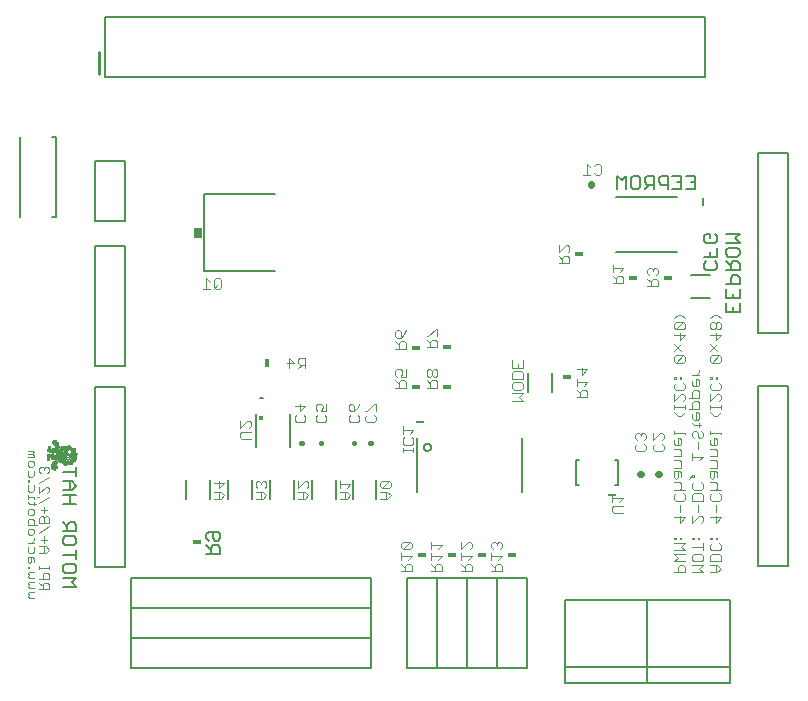
<source format=gbo>
G75*
%MOIN*%
%OFA0B0*%
%FSLAX24Y24*%
%IPPOS*%
%LPD*%
%AMOC8*
5,1,8,0,0,1.08239X$1,22.5*
%
%ADD10C,0.0040*%
%ADD11C,0.0050*%
%ADD12C,0.0100*%
%ADD13C,0.0080*%
%ADD14C,0.0060*%
%ADD15R,0.0100X0.0250*%
%ADD16R,0.0300X0.0180*%
%ADD17C,0.0220*%
%ADD18C,0.0020*%
%ADD19C,0.0157*%
%ADD20C,0.0160*%
%ADD21R,0.0160X0.0280*%
%ADD22R,0.0250X0.0100*%
%ADD23R,0.0300X0.0340*%
D10*
X000951Y010153D02*
X000898Y010207D01*
X000951Y010260D01*
X000898Y010313D01*
X000951Y010367D01*
X001111Y010367D01*
X001111Y010485D02*
X000951Y010485D01*
X000898Y010538D01*
X000951Y010592D01*
X000898Y010645D01*
X000951Y010698D01*
X001111Y010698D01*
X001111Y010816D02*
X000951Y010816D01*
X000898Y010870D01*
X000951Y010923D01*
X000898Y010976D01*
X000951Y011030D01*
X001111Y011030D01*
X001289Y011109D02*
X001289Y011216D01*
X001289Y011163D02*
X001609Y011163D01*
X001609Y011216D02*
X001609Y011109D01*
X001556Y010991D02*
X001609Y010938D01*
X001609Y010778D01*
X001289Y010778D01*
X001396Y010778D02*
X001396Y010938D01*
X001449Y010991D01*
X001556Y010991D01*
X001556Y010660D02*
X001449Y010660D01*
X001396Y010607D01*
X001396Y010446D01*
X001289Y010446D02*
X001609Y010446D01*
X001609Y010607D01*
X001556Y010660D01*
X001396Y010553D02*
X001289Y010660D01*
X001111Y010153D02*
X000951Y010153D01*
X000951Y011148D02*
X000951Y011201D01*
X000898Y011201D01*
X000898Y011148D01*
X000951Y011148D01*
X000951Y011314D02*
X001004Y011367D01*
X001004Y011527D01*
X001058Y011527D02*
X000898Y011527D01*
X000898Y011367D01*
X000951Y011314D01*
X001111Y011367D02*
X001111Y011474D01*
X001058Y011527D01*
X001058Y011645D02*
X000951Y011645D01*
X000898Y011698D01*
X000898Y011859D01*
X000898Y011976D02*
X001111Y011976D01*
X001004Y011976D02*
X001111Y012083D01*
X001111Y012137D01*
X001058Y012253D02*
X001111Y012306D01*
X001111Y012413D01*
X001058Y012466D01*
X000951Y012466D01*
X000898Y012413D01*
X000898Y012306D01*
X000951Y012253D01*
X001058Y012253D01*
X001289Y012325D02*
X001609Y012538D01*
X001609Y012656D02*
X001609Y012816D01*
X001556Y012870D01*
X001503Y012870D01*
X001449Y012816D01*
X001449Y012656D01*
X001289Y012656D02*
X001289Y012816D01*
X001343Y012870D01*
X001396Y012870D01*
X001449Y012816D01*
X001449Y012988D02*
X001449Y013201D01*
X001343Y013095D02*
X001556Y013095D01*
X001289Y013319D02*
X001609Y013533D01*
X001556Y013651D02*
X001609Y013704D01*
X001609Y013811D01*
X001556Y013864D01*
X001503Y013864D01*
X001289Y013651D01*
X001289Y013864D01*
X001289Y013982D02*
X001609Y014196D01*
X001556Y014314D02*
X001609Y014367D01*
X001609Y014474D01*
X001556Y014527D01*
X001503Y014527D01*
X001449Y014474D01*
X001396Y014527D01*
X001343Y014527D01*
X001289Y014474D01*
X001289Y014367D01*
X001343Y014314D01*
X001449Y014421D02*
X001449Y014474D01*
X001111Y014400D02*
X001111Y014240D01*
X001058Y014186D01*
X000951Y014186D01*
X000898Y014240D01*
X000898Y014400D01*
X000951Y014518D02*
X000898Y014571D01*
X000898Y014678D01*
X000951Y014731D01*
X001058Y014731D01*
X001111Y014678D01*
X001111Y014571D01*
X001058Y014518D01*
X000951Y014518D01*
X000898Y014849D02*
X001111Y014849D01*
X001111Y014903D01*
X001058Y014956D01*
X001111Y015009D01*
X001058Y015063D01*
X000898Y015063D01*
X000898Y014956D02*
X001058Y014956D01*
X000951Y014074D02*
X000898Y014074D01*
X000898Y014021D01*
X000951Y014021D01*
X000951Y014074D01*
X000898Y013903D02*
X000898Y013743D01*
X000951Y013689D01*
X001058Y013689D01*
X001111Y013743D01*
X001111Y013903D01*
X001111Y013522D02*
X000898Y013522D01*
X000898Y013575D02*
X000898Y013468D01*
X000898Y013354D02*
X000951Y013301D01*
X001164Y013301D01*
X001111Y013354D02*
X001111Y013247D01*
X001058Y013129D02*
X001111Y013076D01*
X001111Y012969D01*
X001058Y012916D01*
X000951Y012916D01*
X000898Y012969D01*
X000898Y013076D01*
X000951Y013129D01*
X001058Y013129D01*
X001058Y012798D02*
X001111Y012744D01*
X001111Y012584D01*
X001218Y012584D02*
X000898Y012584D01*
X000898Y012744D01*
X000951Y012798D01*
X001058Y012798D01*
X001289Y012656D02*
X001609Y012656D01*
X001449Y012207D02*
X001449Y011993D01*
X001449Y011875D02*
X001449Y011662D01*
X001503Y011662D02*
X001609Y011769D01*
X001503Y011875D01*
X001289Y011875D01*
X001111Y011859D02*
X001111Y011698D01*
X001058Y011645D01*
X001289Y011662D02*
X001503Y011662D01*
X001556Y012100D02*
X001343Y012100D01*
X001111Y013468D02*
X001111Y013522D01*
X001218Y013522D02*
X001271Y013522D01*
X007098Y013453D02*
X007338Y013453D01*
X007458Y013573D01*
X007338Y013694D01*
X007098Y013694D01*
X007278Y013694D02*
X007278Y013453D01*
X007278Y013822D02*
X007278Y014062D01*
X007458Y014002D02*
X007278Y013822D01*
X007098Y014002D02*
X007458Y014002D01*
X008498Y014002D02*
X008498Y013882D01*
X008558Y013822D01*
X008498Y013694D02*
X008738Y013694D01*
X008858Y013573D01*
X008738Y013453D01*
X008498Y013453D01*
X008678Y013453D02*
X008678Y013694D01*
X008798Y013822D02*
X008858Y013882D01*
X008858Y014002D01*
X008798Y014062D01*
X008738Y014062D01*
X008678Y014002D01*
X008618Y014062D01*
X008558Y014062D01*
X008498Y014002D01*
X008678Y014002D02*
X008678Y013942D01*
X009898Y014062D02*
X009898Y013822D01*
X010138Y014062D01*
X010198Y014062D01*
X010258Y014002D01*
X010258Y013882D01*
X010198Y013822D01*
X010138Y013694D02*
X009898Y013694D01*
X010078Y013694D02*
X010078Y013453D01*
X010138Y013453D02*
X009898Y013453D01*
X010138Y013453D02*
X010258Y013573D01*
X010138Y013694D01*
X011298Y013694D02*
X011538Y013694D01*
X011658Y013573D01*
X011538Y013453D01*
X011298Y013453D01*
X011478Y013453D02*
X011478Y013694D01*
X011538Y013822D02*
X011658Y013942D01*
X011298Y013942D01*
X011298Y013822D02*
X011298Y014062D01*
X012648Y014002D02*
X012648Y013882D01*
X012708Y013822D01*
X012948Y014062D01*
X012708Y014062D01*
X012648Y014002D01*
X012708Y013822D02*
X012948Y013822D01*
X013008Y013882D01*
X013008Y014002D01*
X012948Y014062D01*
X012888Y013694D02*
X012648Y013694D01*
X012828Y013694D02*
X012828Y013453D01*
X012888Y013453D02*
X013008Y013573D01*
X012888Y013694D01*
X012888Y013453D02*
X012648Y013453D01*
X013408Y012025D02*
X013348Y011965D01*
X013348Y011845D01*
X013408Y011785D01*
X013648Y012025D01*
X013408Y012025D01*
X013648Y012025D02*
X013708Y011965D01*
X013708Y011845D01*
X013648Y011785D01*
X013408Y011785D01*
X013348Y011657D02*
X013348Y011417D01*
X013348Y011537D02*
X013708Y011537D01*
X013588Y011417D01*
X013648Y011289D02*
X013528Y011289D01*
X013468Y011229D01*
X013468Y011048D01*
X013348Y011048D02*
X013708Y011048D01*
X013708Y011229D01*
X013648Y011289D01*
X013468Y011168D02*
X013348Y011289D01*
X014348Y011289D02*
X014468Y011168D01*
X014468Y011229D02*
X014468Y011048D01*
X014348Y011048D02*
X014708Y011048D01*
X014708Y011229D01*
X014648Y011289D01*
X014528Y011289D01*
X014468Y011229D01*
X014588Y011417D02*
X014708Y011537D01*
X014348Y011537D01*
X014348Y011417D02*
X014348Y011657D01*
X014348Y011785D02*
X014348Y012025D01*
X014348Y011905D02*
X014708Y011905D01*
X014588Y011785D01*
X015348Y011785D02*
X015588Y012025D01*
X015648Y012025D01*
X015708Y011965D01*
X015708Y011845D01*
X015648Y011785D01*
X015708Y011537D02*
X015348Y011537D01*
X015348Y011417D02*
X015348Y011657D01*
X015348Y011785D02*
X015348Y012025D01*
X015708Y011537D02*
X015588Y011417D01*
X015648Y011289D02*
X015528Y011289D01*
X015468Y011229D01*
X015468Y011048D01*
X015348Y011048D02*
X015708Y011048D01*
X015708Y011229D01*
X015648Y011289D01*
X015468Y011168D02*
X015348Y011289D01*
X016348Y011289D02*
X016468Y011168D01*
X016468Y011229D02*
X016468Y011048D01*
X016348Y011048D02*
X016708Y011048D01*
X016708Y011229D01*
X016648Y011289D01*
X016528Y011289D01*
X016468Y011229D01*
X016588Y011417D02*
X016708Y011537D01*
X016348Y011537D01*
X016348Y011417D02*
X016348Y011657D01*
X016408Y011785D02*
X016348Y011845D01*
X016348Y011965D01*
X016408Y012025D01*
X016468Y012025D01*
X016528Y011965D01*
X016528Y011905D01*
X016528Y011965D02*
X016588Y012025D01*
X016648Y012025D01*
X016708Y011965D01*
X016708Y011845D01*
X016648Y011785D01*
X013758Y015021D02*
X013758Y015141D01*
X013758Y015081D02*
X013398Y015081D01*
X013398Y015021D02*
X013398Y015141D01*
X013458Y015267D02*
X013398Y015327D01*
X013398Y015447D01*
X013458Y015507D01*
X013398Y015635D02*
X013398Y015875D01*
X013398Y015755D02*
X013758Y015755D01*
X013638Y015635D01*
X013698Y015507D02*
X013758Y015447D01*
X013758Y015327D01*
X013698Y015267D01*
X013458Y015267D01*
X012508Y016077D02*
X012448Y016017D01*
X012208Y016017D01*
X012148Y016077D01*
X012148Y016197D01*
X012208Y016257D01*
X012208Y016385D02*
X012148Y016385D01*
X012208Y016385D02*
X012448Y016625D01*
X012508Y016625D01*
X012508Y016385D01*
X012448Y016257D02*
X012508Y016197D01*
X012508Y016077D01*
X011958Y016077D02*
X011898Y016017D01*
X011658Y016017D01*
X011598Y016077D01*
X011598Y016197D01*
X011658Y016257D01*
X011658Y016385D02*
X011598Y016445D01*
X011598Y016565D01*
X011658Y016625D01*
X011718Y016625D01*
X011778Y016565D01*
X011778Y016385D01*
X011658Y016385D01*
X011778Y016385D02*
X011898Y016505D01*
X011958Y016625D01*
X011898Y016257D02*
X011958Y016197D01*
X011958Y016077D01*
X013148Y017167D02*
X013508Y017167D01*
X013508Y017347D01*
X013448Y017407D01*
X013328Y017407D01*
X013268Y017347D01*
X013268Y017167D01*
X013268Y017287D02*
X013148Y017407D01*
X013208Y017535D02*
X013148Y017595D01*
X013148Y017715D01*
X013208Y017775D01*
X013328Y017775D01*
X013388Y017715D01*
X013388Y017655D01*
X013328Y017535D01*
X013508Y017535D01*
X013508Y017775D01*
X013508Y018467D02*
X013148Y018467D01*
X013268Y018467D02*
X013268Y018647D01*
X013328Y018707D01*
X013448Y018707D01*
X013508Y018647D01*
X013508Y018467D01*
X013268Y018587D02*
X013148Y018707D01*
X013208Y018835D02*
X013148Y018895D01*
X013148Y019015D01*
X013208Y019075D01*
X013268Y019075D01*
X013328Y019015D01*
X013328Y018835D01*
X013208Y018835D01*
X013328Y018835D02*
X013448Y018955D01*
X013508Y019075D01*
X014198Y018885D02*
X014258Y018885D01*
X014498Y019125D01*
X014558Y019125D01*
X014558Y018885D01*
X014498Y018757D02*
X014378Y018757D01*
X014318Y018697D01*
X014318Y018517D01*
X014318Y018637D02*
X014198Y018757D01*
X014198Y018517D02*
X014558Y018517D01*
X014558Y018697D01*
X014498Y018757D01*
X014498Y017775D02*
X014438Y017775D01*
X014378Y017715D01*
X014378Y017595D01*
X014438Y017535D01*
X014498Y017535D01*
X014558Y017595D01*
X014558Y017715D01*
X014498Y017775D01*
X014378Y017715D02*
X014318Y017775D01*
X014258Y017775D01*
X014198Y017715D01*
X014198Y017595D01*
X014258Y017535D01*
X014318Y017535D01*
X014378Y017595D01*
X014378Y017407D02*
X014318Y017347D01*
X014318Y017167D01*
X014318Y017287D02*
X014198Y017407D01*
X014378Y017407D02*
X014498Y017407D01*
X014558Y017347D01*
X014558Y017167D01*
X014198Y017167D01*
X017048Y017158D02*
X017108Y017098D01*
X017348Y017098D01*
X017408Y017158D01*
X017408Y017279D01*
X017348Y017339D01*
X017108Y017339D01*
X017048Y017279D01*
X017048Y017158D01*
X017048Y016970D02*
X017408Y016970D01*
X017288Y016850D01*
X017408Y016730D01*
X017048Y016730D01*
X017048Y017467D02*
X017048Y017647D01*
X017108Y017707D01*
X017348Y017707D01*
X017408Y017647D01*
X017408Y017467D01*
X017048Y017467D01*
X017048Y017835D02*
X017048Y018075D01*
X017228Y017955D02*
X017228Y017835D01*
X017408Y017835D02*
X017048Y017835D01*
X017408Y017835D02*
X017408Y018075D01*
X019198Y017770D02*
X019558Y017770D01*
X019378Y017590D01*
X019378Y017830D01*
X019198Y017462D02*
X019198Y017222D01*
X019198Y017342D02*
X019558Y017342D01*
X019438Y017222D01*
X019498Y017094D02*
X019378Y017094D01*
X019318Y017033D01*
X019318Y016853D01*
X019318Y016973D02*
X019198Y017094D01*
X019198Y016853D02*
X019558Y016853D01*
X019558Y017033D01*
X019498Y017094D01*
X021148Y015602D02*
X021148Y015482D01*
X021208Y015422D01*
X021208Y015294D02*
X021148Y015233D01*
X021148Y015113D01*
X021208Y015053D01*
X021448Y015053D01*
X021508Y015113D01*
X021508Y015233D01*
X021448Y015294D01*
X021448Y015422D02*
X021508Y015482D01*
X021508Y015602D01*
X021448Y015662D01*
X021388Y015662D01*
X021328Y015602D01*
X021268Y015662D01*
X021208Y015662D01*
X021148Y015602D01*
X021328Y015602D02*
X021328Y015542D01*
X021748Y015662D02*
X021748Y015422D01*
X021988Y015662D01*
X022048Y015662D01*
X022108Y015602D01*
X022108Y015482D01*
X022048Y015422D01*
X022048Y015294D02*
X022108Y015233D01*
X022108Y015113D01*
X022048Y015053D01*
X021808Y015053D01*
X021748Y015113D01*
X021748Y015233D01*
X021808Y015294D01*
X022448Y015299D02*
X022508Y015239D01*
X022628Y015239D01*
X022688Y015299D01*
X022688Y015419D01*
X022628Y015479D01*
X022568Y015479D01*
X022568Y015239D01*
X022448Y015299D02*
X022448Y015419D01*
X022448Y015607D02*
X022448Y015727D01*
X022448Y015667D02*
X022808Y015667D01*
X022808Y015607D01*
X023048Y015665D02*
X023048Y015545D01*
X023108Y015484D01*
X023228Y015545D02*
X023228Y015665D01*
X023168Y015725D01*
X023108Y015725D01*
X023048Y015665D01*
X023228Y015545D02*
X023288Y015484D01*
X023348Y015484D01*
X023408Y015545D01*
X023408Y015665D01*
X023348Y015725D01*
X023288Y015853D02*
X023288Y015973D01*
X023348Y015913D02*
X023108Y015913D01*
X023048Y015973D01*
X023108Y016098D02*
X023048Y016158D01*
X023048Y016279D01*
X023168Y016339D02*
X023168Y016098D01*
X023228Y016098D02*
X023288Y016158D01*
X023288Y016279D01*
X023228Y016339D01*
X023168Y016339D01*
X023288Y016467D02*
X023288Y016647D01*
X023228Y016707D01*
X023108Y016707D01*
X023048Y016647D01*
X023048Y016467D01*
X022927Y016467D02*
X023288Y016467D01*
X023228Y016098D02*
X023108Y016098D01*
X022808Y016341D02*
X022688Y016221D01*
X022568Y016221D01*
X022448Y016341D01*
X022448Y016467D02*
X022448Y016587D01*
X022448Y016527D02*
X022808Y016527D01*
X022808Y016467D02*
X022808Y016587D01*
X022748Y016712D02*
X022808Y016772D01*
X022808Y016892D01*
X022748Y016952D01*
X022688Y016952D01*
X022448Y016712D01*
X022448Y016952D01*
X022508Y017081D02*
X022448Y017141D01*
X022448Y017261D01*
X022508Y017321D01*
X022508Y017449D02*
X022448Y017449D01*
X022448Y017509D01*
X022508Y017509D01*
X022508Y017449D01*
X022628Y017449D02*
X022688Y017449D01*
X022688Y017509D01*
X022628Y017509D01*
X022628Y017449D01*
X022748Y017321D02*
X022808Y017261D01*
X022808Y017141D01*
X022748Y017081D01*
X022508Y017081D01*
X022927Y016835D02*
X023288Y016835D01*
X023288Y017015D01*
X023228Y017075D01*
X023108Y017075D01*
X023048Y017015D01*
X023048Y016835D01*
X023108Y017203D02*
X023048Y017263D01*
X023048Y017383D01*
X023168Y017443D02*
X023168Y017203D01*
X023228Y017203D02*
X023288Y017263D01*
X023288Y017383D01*
X023228Y017443D01*
X023168Y017443D01*
X023168Y017572D02*
X023288Y017692D01*
X023288Y017752D01*
X023288Y017572D02*
X023048Y017572D01*
X023108Y017203D02*
X023228Y017203D01*
X023648Y017261D02*
X023708Y017321D01*
X023648Y017261D02*
X023648Y017141D01*
X023708Y017081D01*
X023948Y017081D01*
X024008Y017141D01*
X024008Y017261D01*
X023948Y017321D01*
X023888Y017449D02*
X023828Y017449D01*
X023828Y017509D01*
X023888Y017509D01*
X023888Y017449D01*
X023708Y017449D02*
X023648Y017449D01*
X023648Y017509D01*
X023708Y017509D01*
X023708Y017449D01*
X023708Y018001D02*
X023948Y018242D01*
X023708Y018242D01*
X023648Y018181D01*
X023648Y018061D01*
X023708Y018001D01*
X023948Y018001D01*
X024008Y018061D01*
X024008Y018181D01*
X023948Y018242D01*
X023888Y018370D02*
X023648Y018610D01*
X023828Y018738D02*
X023828Y018978D01*
X023888Y019106D02*
X023828Y019166D01*
X023828Y019286D01*
X023768Y019346D01*
X023708Y019346D01*
X023648Y019286D01*
X023648Y019166D01*
X023708Y019106D01*
X023768Y019106D01*
X023828Y019166D01*
X023888Y019106D02*
X023948Y019106D01*
X024008Y019166D01*
X024008Y019286D01*
X023948Y019346D01*
X023888Y019346D01*
X023828Y019286D01*
X024008Y019475D02*
X023888Y019595D01*
X023768Y019595D01*
X023648Y019475D01*
X023648Y018918D02*
X024008Y018918D01*
X023828Y018738D01*
X023888Y018610D02*
X023648Y018370D01*
X022808Y018181D02*
X022748Y018242D01*
X022508Y018001D01*
X022448Y018061D01*
X022448Y018181D01*
X022508Y018242D01*
X022748Y018242D01*
X022808Y018181D02*
X022808Y018061D01*
X022748Y018001D01*
X022508Y018001D01*
X022448Y018370D02*
X022688Y018610D01*
X022628Y018738D02*
X022628Y018978D01*
X022748Y019106D02*
X022808Y019166D01*
X022808Y019286D01*
X022748Y019346D01*
X022508Y019106D01*
X022448Y019166D01*
X022448Y019286D01*
X022508Y019346D01*
X022748Y019346D01*
X022808Y019475D02*
X022688Y019595D01*
X022568Y019595D01*
X022448Y019475D01*
X022508Y019106D02*
X022748Y019106D01*
X022808Y018918D02*
X022448Y018918D01*
X022628Y018738D02*
X022808Y018918D01*
X022448Y018610D02*
X022688Y018370D01*
X023648Y016952D02*
X023648Y016712D01*
X023888Y016952D01*
X023948Y016952D01*
X024008Y016892D01*
X024008Y016772D01*
X023948Y016712D01*
X024008Y016587D02*
X024008Y016467D01*
X024008Y016527D02*
X023648Y016527D01*
X023648Y016467D02*
X023648Y016587D01*
X023648Y016341D02*
X023768Y016221D01*
X023888Y016221D01*
X024008Y016341D01*
X024008Y015667D02*
X023648Y015667D01*
X023648Y015607D02*
X023648Y015727D01*
X023768Y015479D02*
X023768Y015239D01*
X023828Y015239D02*
X023888Y015299D01*
X023888Y015419D01*
X023828Y015479D01*
X023768Y015479D01*
X023648Y015419D02*
X023648Y015299D01*
X023708Y015239D01*
X023828Y015239D01*
X023828Y015111D02*
X023648Y015111D01*
X023828Y015111D02*
X023888Y015051D01*
X023888Y014871D01*
X023648Y014871D01*
X023648Y014743D02*
X023828Y014743D01*
X023888Y014682D01*
X023888Y014502D01*
X023648Y014502D01*
X023648Y014374D02*
X023648Y014194D01*
X023708Y014134D01*
X023768Y014194D01*
X023768Y014374D01*
X023828Y014374D02*
X023648Y014374D01*
X023828Y014374D02*
X023888Y014314D01*
X023888Y014194D01*
X023828Y014006D02*
X023648Y014006D01*
X023828Y014006D02*
X023888Y013946D01*
X023888Y013826D01*
X023828Y013766D01*
X023948Y013638D02*
X024008Y013578D01*
X024008Y013457D01*
X023948Y013397D01*
X023708Y013397D01*
X023648Y013457D01*
X023648Y013578D01*
X023708Y013638D01*
X023648Y013766D02*
X024008Y013766D01*
X023828Y013269D02*
X023828Y013029D01*
X023828Y012901D02*
X023828Y012661D01*
X024008Y012841D01*
X023648Y012841D01*
X023408Y012841D02*
X023408Y012721D01*
X023348Y012661D01*
X023408Y012841D02*
X023348Y012901D01*
X023288Y012901D01*
X023048Y012661D01*
X023048Y012901D01*
X023228Y013029D02*
X023228Y013269D01*
X023408Y013397D02*
X023408Y013578D01*
X023348Y013638D01*
X023108Y013638D01*
X023048Y013578D01*
X023048Y013397D01*
X023408Y013397D01*
X023348Y013766D02*
X023108Y013766D01*
X023048Y013826D01*
X023048Y013946D01*
X023108Y014006D01*
X023108Y014194D02*
X023048Y014194D01*
X023048Y014254D01*
X023108Y014254D01*
X023108Y014194D01*
X023048Y014254D02*
X022927Y014134D01*
X022688Y014194D02*
X022688Y014314D01*
X022628Y014374D01*
X022448Y014374D01*
X022448Y014194D01*
X022508Y014134D01*
X022568Y014194D01*
X022568Y014374D01*
X022448Y014502D02*
X022688Y014502D01*
X022688Y014682D01*
X022628Y014743D01*
X022448Y014743D01*
X022448Y014871D02*
X022688Y014871D01*
X022688Y015051D01*
X022628Y015111D01*
X022448Y015111D01*
X023048Y014988D02*
X023048Y014748D01*
X023048Y014868D02*
X023408Y014868D01*
X023288Y014748D01*
X023228Y015116D02*
X023228Y015356D01*
X024008Y015607D02*
X024008Y015667D01*
X023348Y014006D02*
X023408Y013946D01*
X023408Y013826D01*
X023348Y013766D01*
X022808Y013766D02*
X022448Y013766D01*
X022508Y013638D02*
X022448Y013578D01*
X022448Y013457D01*
X022508Y013397D01*
X022748Y013397D01*
X022808Y013457D01*
X022808Y013578D01*
X022748Y013638D01*
X022628Y013766D02*
X022688Y013826D01*
X022688Y013946D01*
X022628Y014006D01*
X022448Y014006D01*
X022628Y013269D02*
X022628Y013029D01*
X022628Y012901D02*
X022628Y012661D01*
X022808Y012841D01*
X022448Y012841D01*
X022448Y012168D02*
X022448Y012108D01*
X022508Y012108D01*
X022508Y012168D01*
X022448Y012168D01*
X022628Y012168D02*
X022628Y012108D01*
X022688Y012108D01*
X022688Y012168D01*
X022628Y012168D01*
X022808Y011980D02*
X022448Y011980D01*
X022448Y011740D02*
X022808Y011740D01*
X022688Y011860D01*
X022808Y011980D01*
X023048Y011860D02*
X023408Y011860D01*
X023408Y011740D02*
X023408Y011980D01*
X023288Y012108D02*
X023228Y012108D01*
X023228Y012168D01*
X023288Y012168D01*
X023288Y012108D01*
X023108Y012108D02*
X023048Y012108D01*
X023048Y012168D01*
X023108Y012168D01*
X023108Y012108D01*
X023108Y011612D02*
X023048Y011552D01*
X023048Y011432D01*
X023108Y011372D01*
X023348Y011372D01*
X023408Y011432D01*
X023408Y011552D01*
X023348Y011612D01*
X023108Y011612D01*
X023048Y011244D02*
X023408Y011244D01*
X023288Y011123D01*
X023408Y011003D01*
X023048Y011003D01*
X022808Y011003D02*
X022808Y011183D01*
X022748Y011244D01*
X022628Y011244D01*
X022568Y011183D01*
X022568Y011003D01*
X022448Y011003D02*
X022808Y011003D01*
X022808Y011372D02*
X022448Y011372D01*
X022568Y011492D01*
X022448Y011612D01*
X022808Y011612D01*
X023648Y011552D02*
X023648Y011372D01*
X024008Y011372D01*
X024008Y011552D01*
X023948Y011612D01*
X023708Y011612D01*
X023648Y011552D01*
X023708Y011740D02*
X023648Y011800D01*
X023648Y011920D01*
X023708Y011980D01*
X023708Y012108D02*
X023648Y012108D01*
X023648Y012168D01*
X023708Y012168D01*
X023708Y012108D01*
X023828Y012108D02*
X023888Y012108D01*
X023888Y012168D01*
X023828Y012168D01*
X023828Y012108D01*
X023948Y011980D02*
X024008Y011920D01*
X024008Y011800D01*
X023948Y011740D01*
X023708Y011740D01*
X023648Y011244D02*
X023888Y011244D01*
X024008Y011123D01*
X023888Y011003D01*
X023648Y011003D01*
X023828Y011003D02*
X023828Y011244D01*
X020728Y012993D02*
X020428Y012993D01*
X020368Y013053D01*
X020368Y013173D01*
X020428Y013234D01*
X020728Y013234D01*
X020608Y013362D02*
X020728Y013482D01*
X020368Y013482D01*
X020368Y013362D02*
X020368Y013602D01*
X021548Y020553D02*
X021908Y020553D01*
X021908Y020733D01*
X021848Y020794D01*
X021728Y020794D01*
X021668Y020733D01*
X021668Y020553D01*
X021668Y020673D02*
X021548Y020794D01*
X021608Y020922D02*
X021548Y020982D01*
X021548Y021102D01*
X021608Y021162D01*
X021668Y021162D01*
X021728Y021102D01*
X021728Y021042D01*
X021728Y021102D02*
X021788Y021162D01*
X021848Y021162D01*
X021908Y021102D01*
X021908Y020982D01*
X021848Y020922D01*
X020758Y020833D02*
X020758Y020653D01*
X020398Y020653D01*
X020518Y020653D02*
X020518Y020833D01*
X020578Y020894D01*
X020698Y020894D01*
X020758Y020833D01*
X020638Y021022D02*
X020758Y021142D01*
X020398Y021142D01*
X020398Y021022D02*
X020398Y021262D01*
X020398Y020894D02*
X020518Y020773D01*
X018958Y021303D02*
X018958Y021483D01*
X018898Y021544D01*
X018778Y021544D01*
X018718Y021483D01*
X018718Y021303D01*
X018718Y021423D02*
X018598Y021544D01*
X018598Y021672D02*
X018838Y021912D01*
X018898Y021912D01*
X018958Y021852D01*
X018958Y021732D01*
X018898Y021672D01*
X018598Y021672D02*
X018598Y021912D01*
X018598Y021303D02*
X018958Y021303D01*
X019409Y024263D02*
X019649Y024263D01*
X019529Y024263D02*
X019529Y024624D01*
X019649Y024504D01*
X019777Y024564D02*
X019837Y024624D01*
X019957Y024624D01*
X020018Y024564D01*
X020018Y024323D01*
X019957Y024263D01*
X019837Y024263D01*
X019777Y024323D01*
X010858Y016625D02*
X010858Y016385D01*
X010678Y016385D01*
X010738Y016505D01*
X010738Y016565D01*
X010678Y016625D01*
X010558Y016625D01*
X010498Y016565D01*
X010498Y016445D01*
X010558Y016385D01*
X010558Y016257D02*
X010498Y016197D01*
X010498Y016077D01*
X010558Y016017D01*
X010798Y016017D01*
X010858Y016077D01*
X010858Y016197D01*
X010798Y016257D01*
X010158Y016197D02*
X010158Y016077D01*
X010098Y016017D01*
X009858Y016017D01*
X009798Y016077D01*
X009798Y016197D01*
X009858Y016257D01*
X009978Y016385D02*
X009978Y016625D01*
X010158Y016565D02*
X009978Y016385D01*
X010098Y016257D02*
X010158Y016197D01*
X010158Y016565D02*
X009798Y016565D01*
X009917Y017803D02*
X010037Y017923D01*
X009977Y017923D02*
X010158Y017923D01*
X010158Y017803D02*
X010158Y018164D01*
X009977Y018164D01*
X009917Y018104D01*
X009917Y017983D01*
X009977Y017923D01*
X009789Y017983D02*
X009609Y018164D01*
X009609Y017803D01*
X009549Y017983D02*
X009789Y017983D01*
X008271Y016067D02*
X008211Y016067D01*
X007970Y015827D01*
X007970Y016067D01*
X008271Y016067D02*
X008331Y016007D01*
X008331Y015887D01*
X008271Y015827D01*
X008331Y015699D02*
X008030Y015699D01*
X007970Y015639D01*
X007970Y015519D01*
X008030Y015459D01*
X008331Y015459D01*
X007284Y020453D02*
X007164Y020453D01*
X007104Y020513D01*
X007104Y020754D01*
X007164Y020814D01*
X007284Y020814D01*
X007344Y020754D01*
X007344Y020513D01*
X007284Y020453D01*
X007224Y020573D02*
X007104Y020453D01*
X006976Y020453D02*
X006736Y020453D01*
X006856Y020453D02*
X006856Y020814D01*
X006976Y020694D01*
D11*
X008628Y016833D02*
X008728Y016833D01*
X007228Y012369D02*
X006928Y012369D01*
X006853Y012294D01*
X006853Y012144D01*
X006928Y012069D01*
X007078Y012144D02*
X007078Y012369D01*
X007228Y012369D02*
X007303Y012294D01*
X007303Y012144D01*
X007228Y012069D01*
X007153Y012069D01*
X007078Y012144D01*
X007078Y011909D02*
X007003Y011834D01*
X007003Y011608D01*
X006853Y011608D02*
X007303Y011608D01*
X007303Y011834D01*
X007228Y011909D01*
X007078Y011909D01*
X007003Y011758D02*
X006853Y011909D01*
X002525Y011985D02*
X002450Y011910D01*
X002149Y011910D01*
X002074Y011985D01*
X002074Y012135D01*
X002149Y012211D01*
X002450Y012211D01*
X002525Y012135D01*
X002525Y011985D01*
X002525Y011750D02*
X002525Y011450D01*
X002525Y011600D02*
X002074Y011600D01*
X002149Y011290D02*
X002074Y011215D01*
X002074Y011065D01*
X002149Y010989D01*
X002450Y010989D01*
X002525Y011065D01*
X002525Y011215D01*
X002450Y011290D01*
X002149Y011290D01*
X002074Y010829D02*
X002525Y010829D01*
X002374Y010679D01*
X002525Y010529D01*
X002074Y010529D01*
X002074Y012371D02*
X002525Y012371D01*
X002525Y012596D01*
X002450Y012671D01*
X002299Y012671D01*
X002224Y012596D01*
X002224Y012371D01*
X002224Y012521D02*
X002074Y012671D01*
X002074Y013291D02*
X002525Y013291D01*
X002299Y013291D02*
X002299Y013592D01*
X002299Y013752D02*
X002299Y014052D01*
X002374Y014052D02*
X002074Y014052D01*
X002074Y013752D02*
X002374Y013752D01*
X002525Y013902D01*
X002374Y014052D01*
X002525Y014212D02*
X002525Y014512D01*
X002525Y014362D02*
X002074Y014362D01*
X002074Y013592D02*
X002525Y013592D01*
X020546Y023778D02*
X020546Y024228D01*
X020696Y024078D01*
X020846Y024228D01*
X020846Y023778D01*
X021006Y023853D02*
X021006Y024153D01*
X021081Y024228D01*
X021231Y024228D01*
X021306Y024153D01*
X021306Y023853D01*
X021231Y023778D01*
X021081Y023778D01*
X021006Y023853D01*
X021466Y023778D02*
X021617Y023928D01*
X021541Y023928D02*
X021767Y023928D01*
X021767Y023778D02*
X021767Y024228D01*
X021541Y024228D01*
X021466Y024153D01*
X021466Y024003D01*
X021541Y023928D01*
X021927Y024003D02*
X021927Y024153D01*
X022002Y024228D01*
X022227Y024228D01*
X022227Y023778D01*
X022227Y023928D02*
X022002Y023928D01*
X021927Y024003D01*
X022387Y024228D02*
X022687Y024228D01*
X022687Y023778D01*
X022387Y023778D01*
X022537Y024003D02*
X022687Y024003D01*
X022848Y024228D02*
X023148Y024228D01*
X023148Y023778D01*
X022848Y023778D01*
X022998Y024003D02*
X023148Y024003D01*
X023506Y022291D02*
X023656Y022291D01*
X023656Y022141D01*
X023506Y022291D02*
X023431Y022216D01*
X023431Y022066D01*
X023506Y021990D01*
X023806Y021990D01*
X023881Y022066D01*
X023881Y022216D01*
X023806Y022291D01*
X024181Y022291D02*
X024631Y022291D01*
X024481Y022141D01*
X024631Y021990D01*
X024181Y021990D01*
X024256Y021830D02*
X024556Y021830D01*
X024631Y021755D01*
X024631Y021605D01*
X024556Y021530D01*
X024256Y021530D01*
X024181Y021605D01*
X024181Y021755D01*
X024256Y021830D01*
X024181Y021370D02*
X024331Y021220D01*
X024331Y021295D02*
X024331Y021070D01*
X024181Y021070D02*
X024631Y021070D01*
X024631Y021295D01*
X024556Y021370D01*
X024406Y021370D01*
X024331Y021295D01*
X024406Y020910D02*
X024331Y020834D01*
X024331Y020609D01*
X024181Y020609D02*
X024631Y020609D01*
X024631Y020834D01*
X024556Y020910D01*
X024406Y020910D01*
X024181Y020449D02*
X024181Y020149D01*
X024631Y020149D01*
X024631Y020449D01*
X024406Y020299D02*
X024406Y020149D01*
X024181Y019989D02*
X024181Y019688D01*
X024631Y019688D01*
X024631Y019989D01*
X024406Y019839D02*
X024406Y019688D01*
X023806Y021070D02*
X023506Y021070D01*
X023431Y021145D01*
X023431Y021295D01*
X023506Y021370D01*
X023431Y021530D02*
X023881Y021530D01*
X023881Y021830D01*
X023656Y021680D02*
X023656Y021530D01*
X023806Y021370D02*
X023881Y021295D01*
X023881Y021145D01*
X023806Y021070D01*
D12*
X003273Y027603D02*
X003273Y028353D01*
D13*
X004328Y007833D02*
X012328Y007833D01*
X012328Y008833D01*
X012328Y009833D01*
X012328Y010833D01*
X004328Y010833D01*
X004328Y009833D01*
X012328Y009833D01*
X004328Y009833D01*
X004328Y008833D01*
X012328Y008833D01*
X004328Y008833D01*
X004328Y007833D01*
X004128Y011183D02*
X003128Y011183D01*
X003128Y017183D01*
X004128Y017183D01*
X004128Y011183D01*
X006184Y013468D02*
X006184Y014098D01*
X006971Y014098D02*
X006971Y013468D01*
X007584Y013468D02*
X007584Y014098D01*
X008371Y014098D02*
X008371Y013468D01*
X008984Y013468D02*
X008984Y014098D01*
X009771Y014098D02*
X009771Y013468D01*
X010384Y013468D02*
X010384Y014098D01*
X011171Y014098D02*
X011171Y013468D01*
X011734Y013468D02*
X011734Y014098D01*
X012521Y014098D02*
X012521Y013468D01*
X013528Y010833D02*
X014528Y010833D01*
X015528Y010833D01*
X016528Y010833D01*
X017528Y010833D01*
X017528Y007833D01*
X016528Y007833D01*
X016528Y010833D01*
X016528Y007833D01*
X015528Y007833D01*
X015528Y010833D01*
X015528Y007833D01*
X014528Y007833D01*
X014528Y010833D01*
X014528Y007833D01*
X013528Y007833D01*
X013528Y010833D01*
X009639Y015182D02*
X009639Y016285D01*
X008517Y016285D02*
X008517Y015182D01*
X004128Y017883D02*
X003128Y017883D01*
X003128Y021883D01*
X004128Y021883D01*
X004128Y017883D01*
X006778Y021043D02*
X009138Y021043D01*
X009138Y023623D02*
X006778Y023623D01*
X006778Y021043D01*
X004128Y022733D02*
X003128Y022733D01*
X003128Y024733D01*
X004128Y024733D01*
X004128Y022733D01*
X001850Y022855D02*
X001850Y025532D01*
X001720Y025532D01*
X000657Y025532D02*
X000657Y022855D01*
X001720Y022855D02*
X001850Y022855D01*
X003473Y027503D02*
X003473Y029503D01*
X023473Y029503D01*
X023473Y027503D01*
X003473Y027503D01*
X017584Y017648D02*
X017584Y017018D01*
X018371Y017018D02*
X018371Y017648D01*
X023013Y020140D02*
X023643Y020140D01*
X023643Y020927D02*
X023013Y020927D01*
X025228Y018983D02*
X025228Y024983D01*
X026228Y024983D01*
X026228Y018983D01*
X025228Y018983D01*
X025228Y017233D02*
X026228Y017233D01*
X026228Y011233D01*
X025228Y011233D01*
X025228Y017233D01*
X024306Y010072D02*
X021550Y010072D01*
X018794Y010072D01*
X018794Y007851D01*
X021550Y007851D01*
X021550Y010072D01*
X021550Y007851D01*
X021550Y007316D01*
X018794Y007316D01*
X018794Y007851D01*
X021550Y007851D02*
X021550Y007316D01*
X024306Y007316D01*
X024306Y007851D01*
X021550Y007851D01*
X024306Y007851D02*
X024306Y010072D01*
D14*
X020588Y013923D02*
X020478Y013923D01*
X020588Y013923D02*
X020588Y014743D01*
X020478Y014743D01*
X019278Y014743D02*
X019168Y014743D01*
X019168Y013923D01*
X019278Y013923D01*
X017385Y013685D02*
X017385Y015482D01*
X014108Y015183D02*
X014110Y015204D01*
X014116Y015225D01*
X014125Y015245D01*
X014138Y015262D01*
X014153Y015277D01*
X014171Y015289D01*
X014191Y015297D01*
X014212Y015302D01*
X014233Y015303D01*
X014255Y015300D01*
X014275Y015293D01*
X014294Y015283D01*
X014311Y015270D01*
X014325Y015254D01*
X014336Y015235D01*
X014344Y015215D01*
X014348Y015194D01*
X014348Y015172D01*
X014344Y015151D01*
X014336Y015131D01*
X014325Y015112D01*
X014311Y015096D01*
X014294Y015083D01*
X014275Y015073D01*
X014255Y015066D01*
X014233Y015063D01*
X014212Y015064D01*
X014191Y015069D01*
X014171Y015077D01*
X014153Y015089D01*
X014138Y015104D01*
X014125Y015121D01*
X014116Y015141D01*
X014110Y015162D01*
X014108Y015183D01*
X013870Y015482D02*
X013870Y013685D01*
X020523Y021673D02*
X022533Y021673D01*
X022533Y023533D02*
X020523Y023533D01*
D15*
X023423Y023353D03*
D16*
X022228Y020833D03*
X021078Y020833D03*
X019278Y021633D03*
X018878Y017533D03*
X014878Y017183D03*
X013828Y017183D03*
X013828Y018483D03*
X014878Y018533D03*
X015028Y011583D03*
X016028Y011583D03*
X017028Y011583D03*
X014028Y011583D03*
X006528Y012033D03*
D17*
X019688Y023931D02*
X019688Y023955D01*
X021316Y014283D02*
X021340Y014283D01*
X021916Y014283D02*
X021940Y014283D01*
D18*
X002527Y014954D02*
X002527Y014944D01*
X002525Y014931D01*
X002524Y014919D01*
X002521Y014906D01*
X002519Y014891D01*
X002516Y014877D01*
X002513Y014862D01*
X002510Y014847D01*
X002507Y014832D01*
X002503Y014817D01*
X002500Y014803D01*
X002496Y014789D01*
X002492Y014776D01*
X002489Y014764D01*
X002485Y014753D01*
X002481Y014743D01*
X002478Y014736D01*
X002475Y014729D01*
X002472Y014724D01*
X002469Y014723D01*
X002467Y014722D01*
X002464Y014721D01*
X002462Y014721D01*
X002459Y014720D01*
X002456Y014720D01*
X002454Y014720D01*
X002451Y014720D01*
X002448Y014720D01*
X002446Y014720D01*
X002443Y014720D01*
X002440Y014720D01*
X002438Y014721D01*
X002435Y014721D01*
X002433Y014721D01*
X002431Y014722D01*
X002428Y014722D01*
X002426Y014722D01*
X002424Y014722D01*
X002422Y014722D01*
X002420Y014722D01*
X002419Y014722D01*
X002417Y014722D01*
X002415Y014721D01*
X002414Y014720D01*
X002413Y014719D01*
X002412Y014718D01*
X002410Y014715D01*
X002408Y014713D01*
X002407Y014710D01*
X002405Y014706D01*
X002403Y014702D01*
X002401Y014698D01*
X002399Y014694D01*
X002397Y014689D01*
X002395Y014684D01*
X002391Y014674D01*
X002389Y014669D01*
X002386Y014665D01*
X002384Y014660D01*
X002382Y014655D01*
X002379Y014651D01*
X002377Y014646D01*
X002374Y014642D01*
X002372Y014639D01*
X002370Y014635D01*
X002367Y014632D01*
X002365Y014630D01*
X002363Y014628D01*
X002359Y014626D01*
X002353Y014625D01*
X002348Y014624D01*
X002341Y014623D01*
X002334Y014623D01*
X002326Y014622D01*
X002318Y014623D01*
X002309Y014623D01*
X002300Y014623D01*
X002291Y014624D01*
X002282Y014624D01*
X002273Y014625D01*
X002264Y014626D01*
X002255Y014627D01*
X002247Y014628D01*
X002239Y014629D01*
X002232Y014630D01*
X002224Y014631D01*
X002218Y014632D01*
X002213Y014632D01*
X002208Y014633D01*
X002205Y014634D01*
X002203Y014634D01*
X002202Y014634D01*
X002200Y014634D01*
X002198Y014632D01*
X002196Y014630D01*
X002195Y014628D01*
X002194Y014626D01*
X002193Y014624D01*
X002192Y014621D01*
X002190Y014619D01*
X002189Y014616D01*
X002187Y014613D01*
X002185Y014611D01*
X002182Y014608D01*
X002179Y014605D01*
X002176Y014603D01*
X002173Y014601D01*
X002169Y014599D01*
X002164Y014597D01*
X002159Y014595D01*
X002153Y014595D01*
X002147Y014594D01*
X002140Y014594D01*
X002132Y014594D01*
X002124Y014595D01*
X002117Y014596D01*
X002111Y014598D01*
X002105Y014601D01*
X002101Y014603D01*
X002097Y014606D01*
X002093Y014609D01*
X002090Y014613D01*
X002088Y014617D01*
X002085Y014620D01*
X002084Y014624D01*
X002082Y014628D01*
X002081Y014632D01*
X002080Y014636D01*
X002079Y014640D01*
X002079Y014644D01*
X002078Y014648D01*
X002076Y014654D01*
X002076Y014657D01*
X002074Y014659D01*
X002073Y014662D01*
X002072Y014664D01*
X002069Y014665D01*
X002067Y014666D01*
X002064Y014667D01*
X002059Y014667D01*
X002054Y014668D01*
X002049Y014669D01*
X002042Y014670D01*
X002036Y014671D01*
X002029Y014672D01*
X002021Y014673D01*
X002014Y014674D01*
X002006Y014675D01*
X001998Y014676D01*
X001990Y014678D01*
X001982Y014679D01*
X001974Y014682D01*
X001967Y014684D01*
X001959Y014686D01*
X001953Y014689D01*
X001946Y014692D01*
X001939Y014695D01*
X001934Y014699D01*
X001929Y014702D01*
X001925Y014707D01*
X001921Y014712D01*
X001920Y014714D01*
X001918Y014719D01*
X001918Y014724D01*
X001917Y014729D01*
X001917Y014735D01*
X001917Y014750D01*
X001918Y014758D01*
X001919Y014767D01*
X001920Y014776D01*
X001921Y014786D01*
X001923Y014797D01*
X001924Y014808D01*
X001926Y014819D01*
X001928Y014831D01*
X001930Y014843D01*
X001932Y014856D01*
X001934Y014869D01*
X001936Y014882D01*
X001938Y014896D01*
X001941Y014910D01*
X001943Y014925D01*
X001945Y014939D01*
X001947Y014954D01*
X001949Y014970D01*
X001952Y014986D01*
X001954Y015001D01*
X001956Y015016D01*
X001959Y015031D01*
X001961Y015046D01*
X001964Y015060D01*
X001966Y015074D01*
X001969Y015087D01*
X001971Y015100D01*
X001974Y015113D01*
X001977Y015124D01*
X001979Y015136D01*
X001982Y015147D01*
X001984Y015157D01*
X001987Y015166D01*
X001989Y015175D01*
X001992Y015183D01*
X001994Y015191D01*
X001996Y015197D01*
X001999Y015202D01*
X002001Y015208D01*
X002003Y015212D01*
X002005Y015214D01*
X002007Y015217D01*
X002010Y015219D01*
X002012Y015220D01*
X002015Y015222D01*
X002018Y015223D01*
X002021Y015225D01*
X002024Y015226D01*
X002027Y015227D01*
X002031Y015228D01*
X002034Y015228D01*
X002038Y015229D01*
X002042Y015229D01*
X002046Y015229D01*
X002050Y015230D01*
X002054Y015230D01*
X002058Y015230D01*
X002063Y015229D01*
X002072Y015229D01*
X002076Y015228D01*
X002081Y015228D01*
X002086Y015227D01*
X002090Y015227D01*
X002095Y015226D01*
X002101Y015225D01*
X002106Y015224D01*
X002111Y015223D01*
X002117Y015222D01*
X002122Y015221D01*
X002127Y015219D01*
X002132Y015218D01*
X002138Y015217D01*
X002142Y015215D01*
X002147Y015214D01*
X002152Y015212D01*
X002156Y015211D01*
X002160Y015210D01*
X002164Y015208D01*
X002172Y015206D01*
X002175Y015205D01*
X002178Y015204D01*
X002181Y015203D01*
X002183Y015203D01*
X002185Y015202D01*
X002187Y015202D01*
X002189Y015202D01*
X002190Y015202D01*
X002191Y015202D01*
X002193Y015203D01*
X002194Y015205D01*
X002195Y015206D01*
X002197Y015208D01*
X002198Y015209D01*
X002200Y015211D01*
X002201Y015213D01*
X002203Y015216D01*
X002205Y015218D01*
X002207Y015220D01*
X002209Y015222D01*
X002212Y015225D01*
X002214Y015227D01*
X002218Y015229D01*
X002221Y015231D01*
X002225Y015232D01*
X002230Y015233D01*
X002235Y015235D01*
X002240Y015236D01*
X002246Y015236D01*
X002252Y015236D01*
X002259Y015236D01*
X002268Y015235D01*
X002272Y015234D01*
X002275Y015234D01*
X002279Y015233D01*
X002282Y015233D01*
X002286Y015232D01*
X002289Y015231D01*
X002292Y015230D01*
X002294Y015230D01*
X002297Y015229D01*
X002299Y015228D01*
X002302Y015227D01*
X002304Y015226D01*
X002306Y015225D01*
X002308Y015224D01*
X002311Y015221D01*
X002313Y015220D01*
X002316Y015218D01*
X002317Y015216D01*
X002318Y015215D01*
X002319Y015214D01*
X002320Y015212D01*
X002321Y015211D01*
X002322Y015209D01*
X002323Y015207D01*
X002324Y015205D01*
X002324Y015203D01*
X002325Y015201D01*
X002325Y015199D01*
X002326Y015198D01*
X002326Y015195D01*
X002326Y015193D01*
X002326Y015191D01*
X002326Y015190D01*
X002326Y015188D01*
X002326Y015186D01*
X002326Y015184D01*
X002326Y015182D01*
X002326Y015180D01*
X002326Y015179D01*
X002327Y015177D01*
X002327Y015176D01*
X002327Y015175D01*
X002327Y015174D01*
X002328Y015172D01*
X002329Y015171D01*
X002330Y015170D01*
X002333Y015169D01*
X002338Y015168D01*
X002342Y015167D01*
X002348Y015165D01*
X002354Y015164D01*
X002361Y015163D01*
X002368Y015162D01*
X002376Y015160D01*
X002384Y015159D01*
X002392Y015158D01*
X002401Y015156D01*
X002409Y015155D01*
X002418Y015153D01*
X002426Y015151D01*
X002434Y015150D01*
X002441Y015148D01*
X002448Y015146D01*
X002455Y015144D01*
X002461Y015142D01*
X002466Y015139D01*
X002470Y015137D01*
X002474Y015134D01*
X002476Y015131D01*
X002477Y015128D01*
X002478Y015124D01*
X002479Y015120D01*
X002480Y015115D01*
X002480Y015109D01*
X002480Y015103D01*
X002480Y015097D01*
X002479Y015091D01*
X002479Y015084D01*
X002478Y015077D01*
X002477Y015070D01*
X002476Y015063D01*
X002476Y015057D01*
X002475Y015050D01*
X002474Y015044D01*
X002473Y015037D01*
X002472Y015032D01*
X002471Y015022D01*
X002470Y015017D01*
X002470Y015014D01*
X002470Y015011D01*
X002470Y015009D01*
X002471Y015008D01*
X002472Y015007D01*
X002473Y015006D01*
X002474Y015005D01*
X002476Y015005D01*
X002478Y015004D01*
X002480Y015003D01*
X002482Y015003D01*
X002484Y015002D01*
X002487Y015001D01*
X002489Y015000D01*
X002492Y014999D01*
X002495Y014998D01*
X002498Y014997D01*
X002501Y014996D01*
X002503Y014995D01*
X002506Y014994D01*
X002509Y014992D01*
X002512Y014991D01*
X002514Y014989D01*
X002517Y014988D01*
X002519Y014985D01*
X002521Y014983D01*
X002523Y014981D01*
X002525Y014979D01*
X002527Y014976D01*
X002528Y014970D01*
X002528Y014962D01*
X002527Y014954D01*
X002514Y014956D02*
X002370Y014956D01*
X002358Y014956D02*
X002298Y014956D01*
X002299Y014963D02*
X002304Y014964D01*
X002308Y014966D01*
X002313Y014967D01*
X002317Y014969D01*
X002321Y014972D01*
X002325Y014974D01*
X002329Y014977D01*
X002333Y014980D01*
X002336Y014983D01*
X002339Y014987D01*
X002342Y014990D01*
X002345Y014994D01*
X002347Y014998D01*
X002350Y015002D01*
X002352Y015007D01*
X002353Y015011D01*
X002355Y015016D01*
X002356Y015020D01*
X002357Y015025D01*
X002357Y015030D01*
X002357Y015040D01*
X002357Y015045D01*
X002356Y015050D01*
X002355Y015055D01*
X002353Y015059D01*
X002352Y015064D01*
X002350Y015068D01*
X002347Y015072D01*
X002345Y015076D01*
X002342Y015080D01*
X002339Y015084D01*
X002336Y015087D01*
X002333Y015090D01*
X002329Y015093D01*
X002325Y015096D01*
X002321Y015099D01*
X002317Y015101D01*
X002308Y015105D01*
X002304Y015106D01*
X002299Y015107D01*
X002294Y015108D01*
X002289Y015109D01*
X002279Y015109D01*
X002274Y015108D01*
X002270Y015107D01*
X002265Y015106D01*
X002260Y015105D01*
X002251Y015101D01*
X002247Y015099D01*
X002243Y015096D01*
X002240Y015093D01*
X002236Y015090D01*
X002233Y015087D01*
X002229Y015084D01*
X002226Y015080D01*
X002224Y015076D01*
X002221Y015072D01*
X002219Y015068D01*
X002217Y015064D01*
X002215Y015059D01*
X002214Y015055D01*
X002213Y015050D01*
X002212Y015045D01*
X002211Y015040D01*
X002211Y015030D01*
X002212Y015025D01*
X002213Y015020D01*
X002214Y015016D01*
X002215Y015011D01*
X002217Y015007D01*
X002219Y015002D01*
X002221Y014998D01*
X002224Y014994D01*
X002226Y014990D01*
X002229Y014987D01*
X002233Y014983D01*
X002236Y014980D01*
X002240Y014977D01*
X002243Y014974D01*
X002247Y014972D01*
X002251Y014969D01*
X002256Y014967D01*
X002260Y014966D01*
X002265Y014964D01*
X002270Y014963D01*
X002274Y014962D01*
X002279Y014962D01*
X002289Y014962D01*
X002294Y014962D01*
X002299Y014963D01*
X002288Y014953D02*
X002228Y014973D01*
X002198Y015023D01*
X002118Y015043D01*
X002108Y015003D01*
X002088Y014913D01*
X002018Y014933D01*
X002018Y014913D01*
X002088Y014893D01*
X002068Y014823D01*
X002008Y014833D01*
X002008Y014843D01*
X002038Y014993D01*
X002037Y014993D02*
X001963Y014993D01*
X001965Y015011D02*
X002045Y015011D01*
X002038Y015013D02*
X002058Y015103D01*
X002138Y015083D01*
X002128Y015053D01*
X002198Y015033D01*
X002218Y015093D01*
X002288Y015123D01*
X002378Y015073D01*
X002418Y015153D01*
X002308Y015163D01*
X002308Y015213D01*
X002248Y015233D01*
X002198Y015183D01*
X002078Y015223D01*
X002028Y015223D01*
X001978Y015103D01*
X001928Y014723D01*
X001998Y014683D01*
X002078Y014673D01*
X002108Y014613D01*
X002148Y014603D01*
X002188Y014633D01*
X002198Y014643D01*
X002348Y014633D01*
X002398Y014713D01*
X002418Y014743D01*
X002458Y014733D01*
X002488Y014793D01*
X002498Y014863D01*
X002518Y014973D01*
X002458Y015013D01*
X002468Y015123D01*
X002428Y015143D01*
X002368Y015103D01*
X002358Y014983D01*
X002358Y014823D01*
X002298Y014713D01*
X002238Y014703D01*
X002148Y014713D01*
X002108Y014793D01*
X002158Y014903D01*
X002178Y014913D01*
X002288Y014913D01*
X002348Y014813D01*
X002378Y014913D01*
X002368Y014973D01*
X002288Y014953D01*
X002280Y014956D02*
X002097Y014956D01*
X002091Y014959D02*
X002092Y014967D01*
X002094Y014975D01*
X002096Y014983D01*
X002088Y014984D01*
X002074Y014986D01*
X002066Y014987D01*
X002059Y014988D01*
X002044Y014990D01*
X002037Y014991D01*
X002036Y014983D01*
X002033Y014968D01*
X002032Y014960D01*
X002031Y014952D01*
X002029Y014937D01*
X002027Y014929D01*
X002034Y014928D01*
X002041Y014927D01*
X002048Y014925D01*
X002055Y014924D01*
X002062Y014923D01*
X002069Y014922D01*
X002076Y014920D01*
X002083Y014919D01*
X002084Y014927D01*
X002086Y014935D01*
X002088Y014943D01*
X002089Y014951D01*
X002091Y014959D01*
X002101Y014974D02*
X002227Y014974D01*
X002216Y014993D02*
X002117Y014993D01*
X002118Y014993D02*
X002038Y015013D01*
X002046Y015021D02*
X002069Y015017D01*
X002076Y015016D01*
X002084Y015015D01*
X002107Y015011D01*
X002109Y015019D01*
X002111Y015027D01*
X002112Y015035D01*
X002114Y015043D01*
X002115Y015051D01*
X002119Y015067D01*
X002120Y015075D01*
X002112Y015076D01*
X002097Y015078D01*
X002089Y015079D01*
X002081Y015081D01*
X002073Y015082D01*
X002065Y015083D01*
X002057Y015084D01*
X002056Y015076D01*
X002054Y015068D01*
X002053Y015060D01*
X002051Y015052D01*
X002050Y015044D01*
X002048Y015037D01*
X002047Y015029D01*
X002046Y015021D01*
X002041Y015030D02*
X001968Y015030D01*
X001970Y015048D02*
X002045Y015048D01*
X002049Y015067D02*
X001973Y015067D01*
X001975Y015085D02*
X002054Y015085D01*
X002129Y015085D02*
X002215Y015085D01*
X002209Y015067D02*
X002132Y015067D01*
X002145Y015048D02*
X002203Y015048D01*
X002171Y015030D02*
X002114Y015030D01*
X002110Y015011D02*
X002205Y015011D01*
X002118Y014993D02*
X002108Y014983D01*
X002038Y014993D01*
X002040Y014993D02*
X002105Y014993D01*
X002093Y014937D02*
X002358Y014937D01*
X002374Y014937D02*
X002511Y014937D01*
X002508Y014919D02*
X002377Y014919D01*
X002374Y014900D02*
X002504Y014900D01*
X002501Y014882D02*
X002368Y014882D01*
X002358Y014882D02*
X002306Y014882D01*
X002303Y014877D02*
X002299Y014881D01*
X002294Y014886D01*
X002289Y014890D01*
X002284Y014894D01*
X002278Y014897D01*
X002273Y014900D01*
X002267Y014903D01*
X002260Y014906D01*
X002254Y014907D01*
X002248Y014909D01*
X002241Y014910D01*
X002234Y014911D01*
X002220Y014911D01*
X002213Y014910D01*
X002207Y014909D01*
X002200Y014907D01*
X002194Y014906D01*
X002188Y014903D01*
X002182Y014900D01*
X002176Y014897D01*
X002171Y014894D01*
X002165Y014890D01*
X002160Y014886D01*
X002156Y014881D01*
X002151Y014877D01*
X002147Y014871D01*
X002143Y014866D01*
X002140Y014861D01*
X002137Y014855D01*
X002134Y014849D01*
X002131Y014843D01*
X002129Y014836D01*
X002128Y014830D01*
X002127Y014823D01*
X002126Y014816D01*
X002126Y014802D01*
X002127Y014795D01*
X002128Y014789D01*
X002129Y014782D01*
X002131Y014776D01*
X002134Y014770D01*
X002137Y014764D01*
X002140Y014758D01*
X002143Y014752D01*
X002147Y014747D01*
X002151Y014742D01*
X002156Y014737D01*
X002160Y014733D01*
X002165Y014729D01*
X002171Y014725D01*
X002176Y014721D01*
X002182Y014718D01*
X002188Y014715D01*
X002194Y014713D01*
X002200Y014711D01*
X002213Y014708D01*
X002220Y014708D01*
X002234Y014708D01*
X002241Y014708D01*
X002248Y014710D01*
X002254Y014711D01*
X002260Y014713D01*
X002267Y014715D01*
X002273Y014718D01*
X002278Y014721D01*
X002284Y014725D01*
X002289Y014729D01*
X002294Y014733D01*
X002299Y014737D01*
X002303Y014742D01*
X002307Y014747D01*
X002311Y014752D01*
X002315Y014758D01*
X002318Y014764D01*
X002320Y014770D01*
X002323Y014776D01*
X002325Y014782D01*
X002326Y014789D01*
X002328Y014795D01*
X002328Y014802D01*
X002328Y014816D01*
X002328Y014823D01*
X002326Y014830D01*
X002325Y014836D01*
X002323Y014843D01*
X002320Y014849D01*
X002318Y014855D01*
X002315Y014861D01*
X002311Y014866D01*
X002307Y014871D01*
X002303Y014877D01*
X002317Y014863D02*
X002358Y014863D01*
X002363Y014863D02*
X002498Y014863D01*
X002495Y014845D02*
X002358Y014845D01*
X002357Y014845D02*
X002329Y014845D01*
X002340Y014826D02*
X002351Y014826D01*
X002358Y014826D02*
X002492Y014826D01*
X002490Y014808D02*
X002349Y014808D01*
X002339Y014789D02*
X002486Y014789D01*
X002476Y014771D02*
X002329Y014771D01*
X002319Y014752D02*
X002467Y014752D01*
X002458Y014734D02*
X002455Y014734D01*
X002411Y014734D02*
X002309Y014734D01*
X002299Y014715D02*
X002399Y014715D01*
X002387Y014697D02*
X001974Y014697D01*
X001941Y014715D02*
X002147Y014715D01*
X002137Y014734D02*
X001929Y014734D01*
X001931Y014752D02*
X002128Y014752D01*
X002119Y014771D02*
X001934Y014771D01*
X001936Y014789D02*
X002110Y014789D01*
X002114Y014808D02*
X001939Y014808D01*
X001941Y014826D02*
X002049Y014826D01*
X002052Y014833D02*
X002059Y014832D01*
X002066Y014831D01*
X002067Y014839D01*
X002069Y014846D01*
X002070Y014854D01*
X002073Y014870D01*
X002075Y014878D01*
X002076Y014885D01*
X002077Y014893D01*
X002070Y014894D01*
X002063Y014896D01*
X002056Y014897D01*
X002049Y014898D01*
X002042Y014899D01*
X002035Y014901D01*
X002028Y014902D01*
X002021Y014903D01*
X002019Y014895D01*
X002018Y014887D01*
X002017Y014880D01*
X002015Y014872D01*
X002014Y014864D01*
X002011Y014848D01*
X002010Y014841D01*
X002017Y014839D01*
X002024Y014838D01*
X002031Y014837D01*
X002038Y014836D01*
X002045Y014834D01*
X002052Y014833D01*
X002068Y014826D02*
X002123Y014826D01*
X002131Y014845D02*
X002074Y014845D01*
X002079Y014863D02*
X002139Y014863D01*
X002148Y014882D02*
X002084Y014882D01*
X002063Y014900D02*
X002156Y014900D01*
X002198Y014846D02*
X002201Y014848D01*
X002203Y014849D01*
X002206Y014851D01*
X002208Y014852D01*
X002211Y014853D01*
X002214Y014854D01*
X002217Y014855D01*
X002220Y014855D01*
X002223Y014856D01*
X002229Y014856D01*
X002232Y014855D01*
X002235Y014855D01*
X002238Y014854D01*
X002241Y014853D01*
X002244Y014852D01*
X002247Y014851D01*
X002249Y014849D01*
X002252Y014848D01*
X002254Y014846D01*
X002256Y014844D01*
X002258Y014842D01*
X002260Y014840D01*
X002262Y014838D01*
X002264Y014835D01*
X002266Y014833D01*
X002267Y014830D01*
X002268Y014828D01*
X002269Y014825D01*
X002270Y014822D01*
X002271Y014819D01*
X002271Y014816D01*
X002272Y014813D01*
X002272Y014807D01*
X002271Y014803D01*
X002271Y014800D01*
X002270Y014797D01*
X002269Y014795D01*
X002268Y014792D01*
X002267Y014789D01*
X002266Y014786D01*
X002264Y014784D01*
X002262Y014782D01*
X002260Y014779D01*
X002258Y014777D01*
X002256Y014775D01*
X002254Y014773D01*
X002252Y014772D01*
X002249Y014770D01*
X002247Y014769D01*
X002244Y014767D01*
X002241Y014766D01*
X002238Y014765D01*
X002235Y014765D01*
X002232Y014764D01*
X002229Y014764D01*
X002223Y014764D01*
X002220Y014764D01*
X002217Y014765D01*
X002214Y014765D01*
X002211Y014766D01*
X002208Y014767D01*
X002206Y014769D01*
X002203Y014770D01*
X002201Y014772D01*
X002198Y014773D01*
X002196Y014775D01*
X002192Y014779D01*
X002190Y014782D01*
X002188Y014784D01*
X002187Y014786D01*
X002185Y014789D01*
X002184Y014792D01*
X002183Y014795D01*
X002182Y014797D01*
X002181Y014800D01*
X002181Y014803D01*
X002180Y014807D01*
X002180Y014813D01*
X002181Y014816D01*
X002181Y014819D01*
X002182Y014822D01*
X002183Y014825D01*
X002184Y014828D01*
X002185Y014830D01*
X002187Y014833D01*
X002188Y014835D01*
X002190Y014838D01*
X002192Y014840D01*
X002194Y014842D01*
X002196Y014844D01*
X002198Y014846D01*
X002295Y014900D02*
X002358Y014900D01*
X002358Y014919D02*
X002089Y014919D01*
X002068Y014919D02*
X002023Y014919D01*
X002018Y014919D02*
X001953Y014919D01*
X001956Y014937D02*
X002026Y014937D01*
X002030Y014956D02*
X001958Y014956D01*
X001961Y014974D02*
X002034Y014974D01*
X002019Y014900D02*
X001951Y014900D01*
X001948Y014882D02*
X002015Y014882D01*
X002012Y014863D02*
X001946Y014863D01*
X001944Y014845D02*
X002008Y014845D01*
X001912Y014858D02*
X001911Y014850D01*
X001910Y014843D01*
X001909Y014836D01*
X001908Y014829D01*
X001907Y014823D01*
X001905Y014817D01*
X001904Y014811D01*
X001903Y014806D01*
X001901Y014801D01*
X001900Y014797D01*
X001898Y014793D01*
X001897Y014789D01*
X001895Y014787D01*
X001893Y014784D01*
X001892Y014782D01*
X001890Y014781D01*
X001887Y014780D01*
X001884Y014779D01*
X001881Y014778D01*
X001878Y014776D01*
X001875Y014775D01*
X001871Y014775D01*
X001868Y014774D01*
X001864Y014773D01*
X001860Y014772D01*
X001856Y014772D01*
X001852Y014771D01*
X001843Y014770D01*
X001839Y014770D01*
X001834Y014769D01*
X001829Y014769D01*
X001824Y014769D01*
X001819Y014769D01*
X001814Y014769D01*
X001809Y014769D01*
X001804Y014769D01*
X001799Y014769D01*
X001793Y014769D01*
X001788Y014770D01*
X001782Y014770D01*
X001776Y014770D01*
X001771Y014771D01*
X001765Y014772D01*
X001759Y014772D01*
X001754Y014773D01*
X001748Y014774D01*
X001743Y014775D01*
X001737Y014776D01*
X001732Y014777D01*
X001727Y014778D01*
X001723Y014780D01*
X001718Y014781D01*
X001713Y014783D01*
X001709Y014784D01*
X001705Y014786D01*
X001702Y014788D01*
X001699Y014790D01*
X001695Y014791D01*
X001693Y014793D01*
X001688Y014798D01*
X001687Y014800D01*
X001686Y014802D01*
X001685Y014804D01*
X001685Y014806D01*
X001684Y014809D01*
X001684Y014812D01*
X001684Y014816D01*
X001683Y014821D01*
X001683Y014825D01*
X001683Y014831D01*
X001683Y014837D01*
X001683Y014842D01*
X001684Y014849D01*
X001684Y014856D01*
X001684Y014863D01*
X001685Y014871D01*
X001685Y014879D01*
X001686Y014887D01*
X001686Y014895D01*
X001687Y014904D01*
X001688Y014913D01*
X001688Y014922D01*
X001689Y014931D01*
X001690Y014941D01*
X001691Y014950D01*
X001692Y014960D01*
X001694Y014970D01*
X001694Y014979D01*
X001695Y014989D01*
X001696Y014999D01*
X001697Y015009D01*
X001698Y015019D01*
X001699Y015029D01*
X001700Y015039D01*
X001701Y015049D01*
X001701Y015058D01*
X001702Y015068D01*
X001704Y015086D01*
X001705Y015094D01*
X001706Y015102D01*
X001708Y015110D01*
X001709Y015117D01*
X001710Y015124D01*
X001712Y015131D01*
X001713Y015136D01*
X001715Y015141D01*
X001717Y015146D01*
X001719Y015150D01*
X001721Y015152D01*
X001723Y015155D01*
X001726Y015157D01*
X001729Y015159D01*
X001732Y015161D01*
X001736Y015162D01*
X001740Y015163D01*
X001745Y015164D01*
X001749Y015165D01*
X001754Y015166D01*
X001759Y015166D01*
X001764Y015166D01*
X001770Y015166D01*
X001775Y015166D01*
X001781Y015166D01*
X001786Y015166D01*
X001792Y015166D01*
X001798Y015165D01*
X001804Y015165D01*
X001810Y015164D01*
X001815Y015163D01*
X001821Y015162D01*
X001827Y015162D01*
X001832Y015161D01*
X001837Y015160D01*
X001843Y015159D01*
X001849Y015158D01*
X001855Y015157D01*
X001860Y015156D01*
X001866Y015154D01*
X001871Y015153D01*
X001876Y015152D01*
X001881Y015151D01*
X001886Y015150D01*
X001891Y015148D01*
X001895Y015147D01*
X001900Y015145D01*
X001904Y015144D01*
X001908Y015142D01*
X001911Y015141D01*
X001915Y015139D01*
X001918Y015137D01*
X001921Y015136D01*
X001924Y015134D01*
X001926Y015132D01*
X001928Y015130D01*
X001931Y015128D01*
X001932Y015126D01*
X001934Y015124D01*
X001935Y015121D01*
X001936Y015117D01*
X001937Y015112D01*
X001938Y015107D01*
X001938Y015102D01*
X001938Y015095D01*
X001938Y015089D01*
X001938Y015081D01*
X001938Y015074D01*
X001937Y015066D01*
X001936Y015057D01*
X001935Y015048D01*
X001934Y015039D01*
X001933Y015030D01*
X001932Y015020D01*
X001931Y015010D01*
X001930Y015000D01*
X001928Y014990D01*
X001927Y014980D01*
X001926Y014969D01*
X001924Y014959D01*
X001923Y014949D01*
X001922Y014938D01*
X001921Y014928D01*
X001920Y014918D01*
X001919Y014909D01*
X001918Y014900D01*
X001917Y014891D01*
X001916Y014883D01*
X001915Y014874D01*
X001914Y014866D01*
X001912Y014858D01*
X001902Y014863D02*
X001695Y014863D01*
X001692Y014845D02*
X001898Y014845D01*
X001894Y014826D02*
X001690Y014826D01*
X001688Y014808D02*
X001890Y014808D01*
X001888Y014793D02*
X001918Y014943D01*
X001868Y014953D01*
X001818Y014893D01*
X001738Y014923D01*
X001758Y015023D01*
X001838Y015043D01*
X001878Y014963D01*
X001918Y014953D01*
X001928Y015123D01*
X001858Y015153D01*
X001768Y015163D01*
X001728Y015143D01*
X001688Y014803D01*
X001798Y014773D01*
X001888Y014793D01*
X001870Y014789D02*
X001739Y014789D01*
X001762Y014723D02*
X001763Y014723D01*
X001767Y014725D01*
X001769Y014725D01*
X001771Y014726D01*
X001773Y014726D01*
X001775Y014727D01*
X001777Y014727D01*
X001780Y014728D01*
X001782Y014728D01*
X001784Y014728D01*
X001787Y014728D01*
X001789Y014728D01*
X001792Y014729D01*
X001795Y014729D01*
X001797Y014729D01*
X001800Y014729D01*
X001803Y014729D01*
X001806Y014729D01*
X001809Y014729D01*
X001812Y014729D01*
X001815Y014729D01*
X001818Y014729D01*
X001821Y014729D01*
X001824Y014729D01*
X001827Y014728D01*
X001830Y014728D01*
X001833Y014728D01*
X001839Y014728D01*
X001842Y014727D01*
X001844Y014727D01*
X001847Y014727D01*
X001850Y014727D01*
X001852Y014726D01*
X001854Y014726D01*
X001857Y014725D01*
X001858Y014725D01*
X001861Y014724D01*
X001862Y014723D01*
X001864Y014723D01*
X001865Y014722D01*
X001867Y014721D01*
X001868Y014720D01*
X001869Y014719D01*
X001870Y014718D01*
X001870Y014717D01*
X001871Y014716D01*
X001871Y014713D01*
X001870Y014708D01*
X001869Y014703D01*
X001868Y014697D01*
X001867Y014690D01*
X001866Y014683D01*
X001864Y014675D01*
X001862Y014667D01*
X001861Y014658D01*
X001859Y014649D01*
X001857Y014641D01*
X001855Y014632D01*
X001853Y014623D01*
X001851Y014615D01*
X001849Y014607D01*
X001847Y014599D01*
X001845Y014586D01*
X001844Y014580D01*
X001843Y014576D01*
X001843Y014572D01*
X001843Y014569D01*
X001843Y014568D01*
X001844Y014567D01*
X001845Y014567D01*
X001846Y014566D01*
X001848Y014565D01*
X001849Y014565D01*
X001851Y014564D01*
X001853Y014564D01*
X001854Y014563D01*
X001856Y014563D01*
X001858Y014562D01*
X001860Y014562D01*
X001862Y014561D01*
X001864Y014561D01*
X001866Y014560D01*
X001868Y014560D01*
X001870Y014559D01*
X001871Y014559D01*
X001875Y014558D01*
X001876Y014558D01*
X001877Y014557D01*
X001879Y014557D01*
X001880Y014556D01*
X001880Y014555D01*
X001881Y014555D01*
X001882Y014554D01*
X001882Y014553D01*
X001883Y014552D01*
X001883Y014551D01*
X001883Y014550D01*
X001884Y014548D01*
X001884Y014547D01*
X001884Y014546D01*
X001884Y014545D01*
X001884Y014543D01*
X001884Y014542D01*
X001884Y014540D01*
X001884Y014539D01*
X001884Y014538D01*
X001884Y014536D01*
X001884Y014535D01*
X001883Y014534D01*
X001883Y014532D01*
X001883Y014531D01*
X001883Y014530D01*
X001883Y014529D01*
X001883Y014528D01*
X001883Y014528D01*
X001883Y014527D01*
X001882Y014526D01*
X001882Y014525D01*
X001882Y014524D01*
X001882Y014523D01*
X001882Y014521D01*
X001881Y014520D01*
X001881Y014518D01*
X001881Y014517D01*
X001880Y014516D01*
X001880Y014514D01*
X001879Y014512D01*
X001878Y014511D01*
X001878Y014509D01*
X001877Y014508D01*
X001876Y014507D01*
X001875Y014505D01*
X001874Y014504D01*
X001873Y014503D01*
X001872Y014501D01*
X001871Y014501D01*
X001870Y014500D01*
X001869Y014499D01*
X001867Y014498D01*
X001865Y014498D01*
X001864Y014497D01*
X001862Y014497D01*
X001860Y014497D01*
X001858Y014497D01*
X001856Y014497D01*
X001854Y014497D01*
X001852Y014497D01*
X001850Y014497D01*
X001848Y014498D01*
X001846Y014498D01*
X001844Y014498D01*
X001842Y014498D01*
X001840Y014499D01*
X001838Y014499D01*
X001836Y014499D01*
X001834Y014499D01*
X001833Y014499D01*
X001831Y014499D01*
X001830Y014499D01*
X001829Y014499D01*
X001828Y014499D01*
X001827Y014499D01*
X001826Y014498D01*
X001825Y014497D01*
X001824Y014495D01*
X001823Y014493D01*
X001822Y014491D01*
X001821Y014489D01*
X001820Y014486D01*
X001819Y014483D01*
X001817Y014479D01*
X001816Y014476D01*
X001815Y014473D01*
X001814Y014469D01*
X001813Y014466D01*
X001812Y014462D01*
X001811Y014459D01*
X001809Y014455D01*
X001808Y014452D01*
X001807Y014449D01*
X001805Y014446D01*
X001804Y014444D01*
X001802Y014441D01*
X001800Y014439D01*
X001799Y014437D01*
X001797Y014436D01*
X001795Y014435D01*
X001793Y014434D01*
X001790Y014434D01*
X001788Y014433D01*
X001785Y014433D01*
X001783Y014433D01*
X001780Y014434D01*
X001777Y014434D01*
X001774Y014435D01*
X001769Y014436D01*
X001766Y014438D01*
X001759Y014440D01*
X001756Y014442D01*
X001753Y014444D01*
X001750Y014445D01*
X001746Y014447D01*
X001743Y014449D01*
X001739Y014451D01*
X001736Y014453D01*
X001732Y014456D01*
X001729Y014458D01*
X001725Y014460D01*
X001721Y014463D01*
X001717Y014466D01*
X001713Y014469D01*
X001709Y014472D01*
X001705Y014474D01*
X001701Y014477D01*
X001698Y014480D01*
X001695Y014482D01*
X001692Y014485D01*
X001686Y014490D01*
X001683Y014492D01*
X001681Y014495D01*
X001679Y014497D01*
X001677Y014499D01*
X001675Y014501D01*
X001673Y014503D01*
X001672Y014505D01*
X001671Y014508D01*
X001669Y014510D01*
X001668Y014512D01*
X001668Y014513D01*
X001667Y014515D01*
X001666Y014517D01*
X001666Y014519D01*
X001665Y014523D01*
X001666Y014528D01*
X001667Y014536D01*
X001669Y014543D01*
X001672Y014551D01*
X001675Y014561D01*
X001679Y014571D01*
X001683Y014582D01*
X001688Y014593D01*
X001692Y014604D01*
X001698Y014615D01*
X001703Y014627D01*
X001708Y014638D01*
X001714Y014649D01*
X001720Y014660D01*
X001725Y014670D01*
X001731Y014680D01*
X001736Y014689D01*
X001741Y014698D01*
X001746Y014705D01*
X001750Y014711D01*
X001754Y014716D01*
X001758Y014720D01*
X001760Y014722D01*
X001762Y014723D01*
X001768Y014713D02*
X001818Y014723D01*
X001858Y014713D01*
X001838Y014573D01*
X001878Y014543D01*
X001868Y014503D01*
X001828Y014503D01*
X001798Y014443D01*
X001768Y014453D01*
X001698Y014493D01*
X001678Y014523D01*
X001768Y014713D01*
X001778Y014715D02*
X001849Y014715D01*
X001855Y014697D02*
X001760Y014697D01*
X001751Y014678D02*
X001853Y014678D01*
X001850Y014660D02*
X001742Y014660D01*
X001733Y014641D02*
X001847Y014641D01*
X001845Y014623D02*
X001725Y014623D01*
X001716Y014604D02*
X001842Y014604D01*
X001839Y014586D02*
X001707Y014586D01*
X001698Y014567D02*
X001845Y014567D01*
X001870Y014549D02*
X001690Y014549D01*
X001681Y014530D02*
X001874Y014530D01*
X001870Y014512D02*
X001685Y014512D01*
X001697Y014493D02*
X001823Y014493D01*
X001813Y014475D02*
X001730Y014475D01*
X001762Y014456D02*
X001804Y014456D01*
X002037Y014678D02*
X002376Y014678D01*
X002364Y014660D02*
X002084Y014660D01*
X002094Y014641D02*
X002196Y014641D01*
X002174Y014623D02*
X002103Y014623D01*
X002143Y014604D02*
X002149Y014604D01*
X002226Y014641D02*
X002353Y014641D01*
X002358Y014974D02*
X002516Y014974D01*
X002488Y014993D02*
X002358Y014993D01*
X002360Y015011D02*
X002460Y015011D01*
X002459Y015030D02*
X002361Y015030D01*
X002363Y015048D02*
X002461Y015048D01*
X002462Y015067D02*
X002365Y015067D01*
X002366Y015085D02*
X002356Y015085D01*
X002368Y015104D02*
X002322Y015104D01*
X002289Y015122D02*
X002396Y015122D01*
X002402Y015122D02*
X002467Y015122D01*
X002466Y015104D02*
X002393Y015104D01*
X002384Y015085D02*
X002464Y015085D01*
X002432Y015141D02*
X002424Y015141D01*
X002411Y015141D02*
X001993Y015141D01*
X001986Y015122D02*
X002285Y015122D01*
X002242Y015104D02*
X001978Y015104D01*
X001926Y015104D02*
X001723Y015104D01*
X001725Y015122D02*
X001927Y015122D01*
X001925Y015085D02*
X001721Y015085D01*
X001719Y015067D02*
X001924Y015067D01*
X001923Y015048D02*
X001716Y015048D01*
X001714Y015030D02*
X001784Y015030D01*
X001787Y015022D02*
X001784Y015021D01*
X001780Y015019D01*
X001777Y015018D01*
X001774Y015016D01*
X001771Y015014D01*
X001765Y015009D01*
X001763Y015007D01*
X001760Y015004D01*
X001758Y015001D01*
X001756Y014998D01*
X001752Y014991D01*
X001751Y014988D01*
X001750Y014984D01*
X001749Y014980D01*
X001748Y014976D01*
X001748Y014972D01*
X001747Y014968D01*
X001747Y014965D01*
X001748Y014961D01*
X001748Y014957D01*
X001749Y014953D01*
X001750Y014950D01*
X001751Y014946D01*
X001752Y014943D01*
X001754Y014939D01*
X001756Y014936D01*
X001758Y014933D01*
X001760Y014930D01*
X001763Y014927D01*
X001765Y014925D01*
X001768Y014922D01*
X001771Y014920D01*
X001774Y014918D01*
X001777Y014916D01*
X001781Y014914D01*
X001784Y014913D01*
X001788Y014912D01*
X001792Y014911D01*
X001795Y014910D01*
X001799Y014910D01*
X001803Y014909D01*
X001807Y014909D01*
X001811Y014910D01*
X001815Y014910D01*
X001818Y014911D01*
X001822Y014912D01*
X001825Y014913D01*
X001829Y014915D01*
X001832Y014916D01*
X001835Y014918D01*
X001838Y014920D01*
X001844Y014925D01*
X001847Y014928D01*
X001849Y014931D01*
X001851Y014933D01*
X001853Y014936D01*
X001855Y014940D01*
X001857Y014943D01*
X001858Y014947D01*
X001859Y014950D01*
X001861Y014954D01*
X001861Y014958D01*
X001862Y014962D01*
X001862Y014966D01*
X001862Y014970D01*
X001862Y014973D01*
X001861Y014977D01*
X001860Y014981D01*
X001859Y014984D01*
X001858Y014988D01*
X001857Y014991D01*
X001855Y014995D01*
X001853Y014998D01*
X001851Y015001D01*
X001849Y015004D01*
X001846Y015007D01*
X001844Y015009D01*
X001841Y015012D01*
X001838Y015014D01*
X001835Y015016D01*
X001832Y015018D01*
X001828Y015020D01*
X001825Y015021D01*
X001821Y015022D01*
X001818Y015023D01*
X001814Y015024D01*
X001810Y015024D01*
X001806Y015025D01*
X001802Y015025D01*
X001798Y015024D01*
X001795Y015024D01*
X001791Y015023D01*
X001787Y015022D01*
X001755Y015011D02*
X001712Y015011D01*
X001710Y014993D02*
X001751Y014993D01*
X001748Y014974D02*
X001708Y014974D01*
X001705Y014956D02*
X001744Y014956D01*
X001740Y014937D02*
X001703Y014937D01*
X001701Y014919D02*
X001749Y014919D01*
X001699Y014900D02*
X001799Y014900D01*
X001823Y014900D02*
X001909Y014900D01*
X001905Y014882D02*
X001697Y014882D01*
X001666Y014888D02*
X001666Y014890D01*
X001667Y014892D01*
X001667Y014895D01*
X001668Y014897D01*
X001668Y014900D01*
X001668Y014903D01*
X001668Y014906D01*
X001669Y014909D01*
X001669Y014912D01*
X001669Y014915D01*
X001669Y014919D01*
X001669Y014922D01*
X001669Y014925D01*
X001669Y014928D01*
X001669Y014930D01*
X001669Y014933D01*
X001669Y014936D01*
X001669Y014938D01*
X001669Y014941D01*
X001669Y014943D01*
X001668Y014945D01*
X001668Y014947D01*
X001668Y014949D01*
X001667Y014951D01*
X001667Y014952D01*
X001667Y014954D01*
X001666Y014955D01*
X001665Y014956D01*
X001665Y014957D01*
X001664Y014958D01*
X001662Y014959D01*
X001659Y014960D01*
X001656Y014961D01*
X001652Y014962D01*
X001647Y014962D01*
X001642Y014963D01*
X001637Y014964D01*
X001631Y014965D01*
X001624Y014965D01*
X001618Y014966D01*
X001612Y014967D01*
X001605Y014967D01*
X001599Y014967D01*
X001592Y014968D01*
X001586Y014968D01*
X001580Y014968D01*
X001574Y014968D01*
X001569Y014968D01*
X001564Y014968D01*
X001559Y014967D01*
X001556Y014966D01*
X001552Y014966D01*
X001550Y014965D01*
X001549Y014964D01*
X001548Y014963D01*
X001548Y014962D02*
X001547Y014961D01*
X001547Y014959D01*
X001546Y014957D01*
X001546Y014954D01*
X001545Y014952D01*
X001544Y014949D01*
X001543Y014945D01*
X001542Y014941D01*
X001541Y014937D01*
X001541Y014933D01*
X001540Y014929D01*
X001539Y014924D01*
X001538Y014919D01*
X001537Y014914D01*
X001536Y014909D01*
X001535Y014904D01*
X001534Y014898D01*
X001533Y014893D01*
X001532Y014881D01*
X001531Y014876D01*
X001530Y014870D01*
X001530Y014865D01*
X001529Y014860D01*
X001529Y014854D01*
X001529Y014849D01*
X001528Y014844D01*
X001528Y014834D01*
X001528Y014829D01*
X001528Y014825D01*
X001528Y014820D01*
X001528Y014816D01*
X001528Y014812D01*
X001528Y014807D01*
X001528Y014804D01*
X001528Y014800D01*
X001528Y014797D01*
X001528Y014793D01*
X001528Y014791D01*
X001529Y014788D01*
X001529Y014785D01*
X001529Y014784D01*
X001529Y014782D01*
X001530Y014780D01*
X001530Y014780D01*
X001531Y014778D01*
X001532Y014776D01*
X001534Y014775D01*
X001536Y014773D01*
X001538Y014772D01*
X001541Y014770D01*
X001543Y014769D01*
X001546Y014768D01*
X001550Y014767D01*
X001553Y014766D01*
X001557Y014766D01*
X001560Y014765D01*
X001564Y014765D01*
X001567Y014764D01*
X001571Y014764D01*
X001574Y014764D01*
X001578Y014764D01*
X001581Y014764D01*
X001585Y014764D01*
X001588Y014765D01*
X001590Y014765D01*
X001593Y014766D01*
X001596Y014767D01*
X001597Y014768D01*
X001599Y014769D01*
X001600Y014770D01*
X001602Y014773D01*
X001603Y014776D01*
X001604Y014779D01*
X001606Y014786D01*
X001607Y014791D01*
X001608Y014795D01*
X001609Y014800D01*
X001610Y014805D01*
X001611Y014814D01*
X001612Y014819D01*
X001612Y014824D01*
X001613Y014828D01*
X001613Y014832D01*
X001615Y014840D01*
X001615Y014844D01*
X001616Y014849D01*
X001617Y014851D01*
X001618Y014852D01*
X001619Y014853D01*
X001620Y014854D01*
X001621Y014854D01*
X001622Y014855D01*
X001623Y014856D01*
X001627Y014857D01*
X001628Y014857D01*
X001630Y014858D01*
X001632Y014858D01*
X001634Y014858D01*
X001636Y014859D01*
X001638Y014859D01*
X001640Y014859D01*
X001642Y014860D01*
X001644Y014860D01*
X001646Y014860D01*
X001647Y014861D01*
X001649Y014861D01*
X001651Y014862D01*
X001652Y014862D01*
X001654Y014863D01*
X001655Y014864D01*
X001656Y014864D01*
X001657Y014865D01*
X001657Y014866D01*
X001658Y014866D01*
X001658Y014867D01*
X001659Y014868D01*
X001660Y014869D01*
X001660Y014870D01*
X001661Y014872D01*
X001662Y014873D01*
X001662Y014874D01*
X001663Y014876D01*
X001663Y014878D01*
X001664Y014879D01*
X001664Y014881D01*
X001665Y014883D01*
X001665Y014885D01*
X001666Y014888D01*
X001649Y014882D02*
X001549Y014882D01*
X001551Y014900D02*
X001651Y014900D01*
X001653Y014919D02*
X001553Y014919D01*
X001555Y014937D02*
X001656Y014937D01*
X001658Y014953D02*
X001648Y014873D01*
X001608Y014853D01*
X001588Y014773D01*
X001538Y014783D01*
X001558Y014963D01*
X001608Y014963D01*
X001658Y014953D01*
X001664Y014958D02*
X001664Y014958D01*
X001645Y014956D02*
X001557Y014956D01*
X001548Y014962D02*
X001548Y014963D01*
X001584Y015046D02*
X001581Y015047D01*
X001578Y015048D01*
X001575Y015050D01*
X001573Y015051D01*
X001570Y015052D01*
X001568Y015053D01*
X001566Y015054D01*
X001564Y015055D01*
X001562Y015057D01*
X001560Y015058D01*
X001559Y015059D01*
X001556Y015061D01*
X001554Y015062D01*
X001553Y015063D01*
X001552Y015065D01*
X001551Y015066D01*
X001551Y015067D01*
X001550Y015068D01*
X001550Y015069D01*
X001550Y015071D01*
X001550Y015073D01*
X001550Y015075D01*
X001550Y015077D01*
X001550Y015080D01*
X001550Y015083D01*
X001551Y015087D01*
X001551Y015090D01*
X001551Y015094D01*
X001553Y015101D01*
X001553Y015106D01*
X001554Y015110D01*
X001555Y015114D01*
X001556Y015119D01*
X001558Y015128D01*
X001559Y015133D01*
X001560Y015138D01*
X001561Y015142D01*
X001562Y015147D01*
X001563Y015152D01*
X001564Y015156D01*
X001565Y015160D01*
X001567Y015165D01*
X001568Y015169D01*
X001569Y015173D01*
X001570Y015177D01*
X001571Y015181D01*
X001572Y015184D01*
X001573Y015188D01*
X001574Y015192D01*
X001575Y015195D01*
X001576Y015198D01*
X001576Y015201D01*
X001577Y015204D01*
X001578Y015207D01*
X001579Y015209D01*
X001580Y015212D01*
X001580Y015214D01*
X001581Y015216D01*
X001582Y015217D01*
X001582Y015218D01*
X001583Y015220D01*
X001584Y015220D01*
X001584Y015221D01*
X001585Y015221D01*
X001587Y015222D01*
X001589Y015222D01*
X001591Y015222D01*
X001594Y015222D01*
X001597Y015222D01*
X001600Y015222D01*
X001604Y015221D01*
X001607Y015221D01*
X001611Y015220D01*
X001614Y015220D01*
X001618Y015219D01*
X001622Y015218D01*
X001626Y015217D01*
X001629Y015217D01*
X001633Y015216D01*
X001636Y015215D01*
X001639Y015214D01*
X001642Y015213D01*
X001645Y015212D01*
X001649Y015210D01*
X001651Y015209D01*
X001652Y015208D01*
X001652Y015207D01*
X001653Y015205D01*
X001653Y015203D01*
X001654Y015200D01*
X001654Y015197D01*
X001654Y015194D01*
X001654Y015190D01*
X001654Y015187D01*
X001654Y015182D01*
X001653Y015178D01*
X001653Y015174D01*
X001653Y015170D01*
X001653Y015165D01*
X001652Y015161D01*
X001652Y015157D01*
X001652Y015153D01*
X001651Y015149D01*
X001651Y015146D01*
X001651Y015142D01*
X001651Y015139D01*
X001651Y015134D01*
X001651Y015132D01*
X001652Y015131D01*
X001652Y015130D01*
X001653Y015129D01*
X001654Y015129D01*
X001654Y015128D01*
X001655Y015127D01*
X001656Y015127D01*
X001657Y015126D01*
X001657Y015125D01*
X001658Y015125D01*
X001659Y015124D01*
X001661Y015123D01*
X001662Y015122D01*
X001663Y015121D01*
X001664Y015121D01*
X001666Y015120D01*
X001667Y015119D01*
X001668Y015118D01*
X001669Y015117D01*
X001670Y015116D01*
X001671Y015114D01*
X001672Y015113D01*
X001674Y015112D01*
X001674Y015111D01*
X001675Y015110D01*
X001676Y015108D01*
X001676Y015107D01*
X001677Y015106D01*
X001677Y015104D01*
X001677Y015103D01*
X001678Y015101D01*
X001678Y015099D01*
X001678Y015098D01*
X001678Y015096D01*
X001679Y015094D01*
X001679Y015092D01*
X001679Y015090D01*
X001679Y015088D01*
X001679Y015086D01*
X001679Y015083D01*
X001679Y015081D01*
X001679Y015079D01*
X001679Y015076D01*
X001679Y015074D01*
X001679Y015071D01*
X001679Y015068D01*
X001679Y015066D01*
X001679Y015063D01*
X001679Y015060D01*
X001679Y015057D01*
X001679Y015055D01*
X001679Y015052D01*
X001678Y015049D01*
X001678Y015047D01*
X001678Y015044D01*
X001678Y015042D01*
X001677Y015040D01*
X001677Y015038D01*
X001676Y015035D01*
X001676Y015033D01*
X001675Y015032D01*
X001675Y015030D01*
X001674Y015028D01*
X001674Y015027D01*
X001673Y015025D01*
X001672Y015024D01*
X001671Y015023D01*
X001671Y015022D01*
X001670Y015022D01*
X001669Y015021D01*
X001668Y015021D01*
X001667Y015021D01*
X001665Y015021D01*
X001664Y015021D01*
X001662Y015021D01*
X001660Y015022D01*
X001658Y015022D01*
X001655Y015022D01*
X001653Y015023D01*
X001650Y015024D01*
X001647Y015024D01*
X001645Y015025D01*
X001642Y015026D01*
X001639Y015027D01*
X001635Y015028D01*
X001632Y015029D01*
X001629Y015030D01*
X001625Y015031D01*
X001622Y015032D01*
X001618Y015033D01*
X001611Y015036D01*
X001607Y015037D01*
X001604Y015038D01*
X001600Y015040D01*
X001597Y015041D01*
X001593Y015042D01*
X001590Y015044D01*
X001587Y015045D01*
X001584Y015046D01*
X001582Y015067D02*
X001668Y015067D01*
X001668Y015085D02*
X001564Y015085D01*
X001568Y015073D02*
X001558Y015103D01*
X001598Y015213D01*
X001638Y015203D01*
X001638Y015123D01*
X001668Y015103D01*
X001668Y015033D01*
X001658Y015033D01*
X001568Y015073D01*
X001558Y015104D02*
X001667Y015104D01*
X001652Y015131D02*
X001652Y015131D01*
X001639Y015122D02*
X001564Y015122D01*
X001571Y015141D02*
X001638Y015141D01*
X001638Y015159D02*
X001578Y015159D01*
X001585Y015178D02*
X001638Y015178D01*
X001638Y015196D02*
X001591Y015196D01*
X001727Y015141D02*
X001886Y015141D01*
X001891Y015183D02*
X001887Y015183D01*
X001884Y015184D01*
X001881Y015184D01*
X001878Y015185D01*
X001875Y015185D01*
X001872Y015186D01*
X001869Y015186D01*
X001865Y015187D01*
X001862Y015187D01*
X001860Y015188D01*
X001857Y015188D01*
X001855Y015189D01*
X001852Y015189D01*
X001850Y015189D01*
X001848Y015190D01*
X001846Y015190D01*
X001844Y015190D01*
X001842Y015191D01*
X001840Y015191D01*
X001839Y015192D01*
X001837Y015192D01*
X001835Y015193D01*
X001833Y015193D01*
X001832Y015194D01*
X001830Y015195D01*
X001826Y015196D01*
X001825Y015197D01*
X001823Y015199D01*
X001821Y015200D01*
X001819Y015201D01*
X001817Y015203D01*
X001815Y015204D01*
X001811Y015207D01*
X001807Y015212D01*
X001803Y015217D01*
X001798Y015223D01*
X001787Y015238D01*
X001781Y015246D01*
X001768Y015264D01*
X001762Y015274D01*
X001755Y015283D01*
X001749Y015292D01*
X001743Y015302D01*
X001737Y015311D01*
X001731Y015320D01*
X001725Y015328D01*
X001716Y015343D01*
X001712Y015349D01*
X001709Y015354D01*
X001707Y015359D01*
X001705Y015362D01*
X001705Y015363D01*
X001705Y015365D01*
X001705Y015366D01*
X001706Y015368D01*
X001706Y015370D01*
X001707Y015372D01*
X001709Y015375D01*
X001710Y015377D01*
X001711Y015379D01*
X001713Y015382D01*
X001715Y015385D01*
X001717Y015387D01*
X001722Y015392D01*
X001724Y015395D01*
X001727Y015398D01*
X001729Y015400D01*
X001732Y015403D01*
X001735Y015405D01*
X001737Y015407D01*
X001740Y015410D01*
X001742Y015411D01*
X001745Y015413D01*
X001748Y015415D01*
X001750Y015416D01*
X001753Y015418D01*
X001755Y015419D01*
X001761Y015422D01*
X001764Y015423D01*
X001767Y015424D01*
X001770Y015425D01*
X001773Y015426D01*
X001776Y015427D01*
X001779Y015428D01*
X001782Y015429D01*
X001786Y015430D01*
X001789Y015431D01*
X001792Y015432D01*
X001795Y015432D01*
X001798Y015433D01*
X001801Y015433D01*
X001804Y015433D01*
X001807Y015433D01*
X001810Y015433D01*
X001813Y015433D01*
X001816Y015433D01*
X001818Y015433D01*
X001821Y015432D01*
X001823Y015431D01*
X001825Y015430D01*
X001827Y015428D01*
X001830Y015426D01*
X001832Y015423D01*
X001834Y015420D01*
X001836Y015417D01*
X001838Y015413D01*
X001839Y015409D01*
X001841Y015406D01*
X001843Y015402D01*
X001845Y015398D01*
X001847Y015394D01*
X001848Y015390D01*
X001850Y015386D01*
X001851Y015382D01*
X001853Y015378D01*
X001856Y015372D01*
X001858Y015369D01*
X001859Y015367D01*
X001861Y015365D01*
X001862Y015363D01*
X001864Y015362D01*
X001866Y015361D01*
X001867Y015361D01*
X001869Y015360D01*
X001870Y015360D01*
X001872Y015360D01*
X001875Y015360D01*
X001877Y015360D01*
X001878Y015360D01*
X001880Y015360D01*
X001881Y015360D01*
X001883Y015361D01*
X001885Y015361D01*
X001886Y015361D01*
X001888Y015361D01*
X001890Y015361D01*
X001891Y015361D01*
X001894Y015361D01*
X001896Y015361D01*
X001898Y015361D01*
X001899Y015360D01*
X001901Y015359D01*
X001903Y015358D01*
X001904Y015357D01*
X001906Y015356D01*
X001908Y015354D01*
X001909Y015352D01*
X001911Y015349D01*
X001912Y015346D01*
X001914Y015343D01*
X001915Y015340D01*
X001916Y015337D01*
X001918Y015333D01*
X001919Y015330D01*
X001920Y015326D01*
X001920Y015323D01*
X001921Y015319D01*
X001922Y015315D01*
X001922Y015312D01*
X001923Y015309D01*
X001923Y015305D01*
X001923Y015302D01*
X001923Y015299D01*
X001923Y015297D01*
X001923Y015294D01*
X001922Y015292D01*
X001922Y015291D01*
X001921Y015289D01*
X001920Y015288D01*
X001919Y015287D01*
X001918Y015286D01*
X001917Y015285D01*
X001916Y015284D01*
X001915Y015283D01*
X001914Y015283D01*
X001912Y015282D01*
X001911Y015281D01*
X001910Y015281D01*
X001907Y015280D01*
X001906Y015280D01*
X001905Y015279D01*
X001904Y015279D01*
X001903Y015278D01*
X001902Y015278D01*
X001901Y015277D01*
X001900Y015276D01*
X001899Y015276D01*
X001898Y015275D01*
X001898Y015274D01*
X001897Y015271D01*
X001897Y015269D01*
X001898Y015267D01*
X001899Y015264D01*
X001900Y015261D01*
X001902Y015257D01*
X001904Y015253D01*
X001906Y015249D01*
X001909Y015245D01*
X001911Y015241D01*
X001913Y015236D01*
X001916Y015232D01*
X001918Y015227D01*
X001920Y015222D01*
X001922Y015218D01*
X001924Y015213D01*
X001926Y015209D01*
X001928Y015201D01*
X001929Y015198D01*
X001929Y015194D01*
X001929Y015191D01*
X001928Y015189D01*
X001926Y015187D01*
X001925Y015186D01*
X001923Y015185D01*
X001922Y015184D01*
X001920Y015183D01*
X001918Y015183D01*
X001916Y015182D01*
X001914Y015182D01*
X001912Y015182D01*
X001910Y015182D01*
X001907Y015182D01*
X001905Y015182D01*
X001902Y015182D01*
X001899Y015182D01*
X001896Y015182D01*
X001893Y015183D01*
X001891Y015183D01*
X001890Y015196D02*
X001916Y015196D01*
X001918Y015193D02*
X001888Y015273D01*
X001918Y015293D01*
X001898Y015343D01*
X001858Y015353D01*
X001818Y015413D01*
X001768Y015413D01*
X001718Y015363D01*
X001851Y015363D01*
X001839Y015381D02*
X001736Y015381D01*
X001718Y015363D02*
X001828Y015203D01*
X001918Y015193D01*
X001909Y015215D02*
X001820Y015215D01*
X001807Y015233D02*
X001903Y015233D01*
X001896Y015252D02*
X001794Y015252D01*
X001781Y015270D02*
X001889Y015270D01*
X001911Y015289D02*
X001769Y015289D01*
X001756Y015307D02*
X001912Y015307D01*
X001905Y015326D02*
X001743Y015326D01*
X001731Y015344D02*
X001893Y015344D01*
X001826Y015400D02*
X001754Y015400D01*
X001760Y015159D02*
X001803Y015159D01*
X001844Y015030D02*
X001922Y015030D01*
X001921Y015011D02*
X001854Y015011D01*
X001863Y014993D02*
X001920Y014993D01*
X001919Y014974D02*
X001872Y014974D01*
X001907Y014956D02*
X001918Y014956D01*
X001916Y014937D02*
X001854Y014937D01*
X001839Y014919D02*
X001913Y014919D01*
X002001Y015159D02*
X002350Y015159D01*
X002328Y015172D02*
X002328Y015172D01*
X002308Y015178D02*
X002009Y015178D01*
X002016Y015196D02*
X002158Y015196D01*
X002211Y015196D02*
X002308Y015196D01*
X002303Y015215D02*
X002229Y015215D01*
X002103Y015215D02*
X002024Y015215D01*
X001668Y015048D02*
X001624Y015048D01*
X001628Y014863D02*
X001546Y014863D01*
X001544Y014845D02*
X001605Y014845D01*
X001601Y014826D02*
X001542Y014826D01*
X001540Y014808D02*
X001596Y014808D01*
X001592Y014789D02*
X001538Y014789D01*
D19*
X008664Y016147D03*
D20*
X010016Y015333D02*
X010040Y015333D01*
X010666Y015333D02*
X010690Y015333D01*
X011766Y015333D02*
X011790Y015333D01*
X012316Y015333D02*
X012340Y015333D01*
D21*
X008878Y017983D03*
D22*
X013973Y016033D03*
X020378Y013583D03*
D23*
X006588Y022333D03*
M02*

</source>
